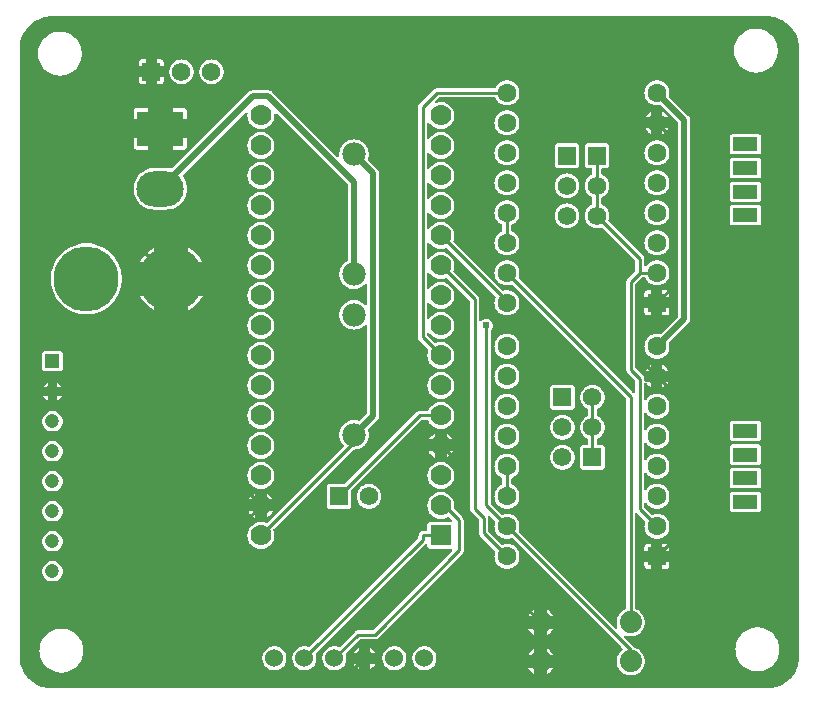
<source format=gbl>
G04 Layer: BottomLayer*
G04 EasyEDA v6.5.38, 2023-12-09 00:29:23*
G04 cc5c81a3f0414725bc0bd174f0517b54,10*
G04 Gerber Generator version 0.2*
G04 Scale: 100 percent, Rotated: No, Reflected: No *
G04 Dimensions in millimeters *
G04 leading zeros omitted , absolute positions ,4 integer and 5 decimal *
%FSLAX45Y45*%
%MOMM*%

%ADD10C,0.2500*%
%ADD11C,0.5000*%
%ADD12R,1.6000X1.6000*%
%ADD13C,1.6000*%
%ADD14R,2.1590X1.1989*%
%ADD15C,1.9812*%
%ADD16C,1.5748*%
%ADD17R,1.5748X1.5748*%
%ADD18C,1.5240*%
%ADD19C,1.8796*%
%ADD20C,5.4991*%
%ADD21O,3.9999919999999998X2.999994*%
%ADD22R,4.0000X3.0000*%
%ADD23C,1.7780*%
%ADD24R,1.7780X1.7780*%
%ADD25R,1.2065X1.2065*%
%ADD26C,1.2065*%
%ADD27C,0.6100*%
%ADD28C,0.0174*%

%LPD*%
G36*
X300278Y25908D02*
G01*
X278079Y26822D01*
X256743Y29362D01*
X235610Y33629D01*
X214934Y39471D01*
X194767Y46939D01*
X175209Y55981D01*
X156464Y66548D01*
X138582Y78536D01*
X121716Y91846D01*
X105918Y106476D01*
X91338Y122326D01*
X78028Y139242D01*
X66141Y157124D01*
X55626Y175920D01*
X46634Y195478D01*
X39217Y215696D01*
X33426Y236423D01*
X29260Y257505D01*
X26771Y278892D01*
X25908Y300685D01*
X25908Y5439714D01*
X26822Y5462320D01*
X29362Y5483656D01*
X33629Y5504789D01*
X39471Y5525465D01*
X46939Y5545632D01*
X55981Y5565190D01*
X66548Y5583936D01*
X78536Y5601817D01*
X91846Y5618683D01*
X106476Y5634482D01*
X122326Y5649061D01*
X139242Y5662371D01*
X157124Y5674258D01*
X175920Y5684774D01*
X195478Y5693765D01*
X215696Y5701182D01*
X236423Y5706973D01*
X257505Y5711139D01*
X278892Y5713628D01*
X300685Y5714492D01*
X6354114Y5714492D01*
X6376720Y5713577D01*
X6398056Y5711037D01*
X6419189Y5706770D01*
X6439865Y5700928D01*
X6460032Y5693460D01*
X6479590Y5684418D01*
X6498336Y5673852D01*
X6516217Y5661863D01*
X6533083Y5648553D01*
X6548881Y5633923D01*
X6563461Y5618073D01*
X6576771Y5601157D01*
X6588658Y5583275D01*
X6599174Y5564479D01*
X6608165Y5544921D01*
X6615582Y5524703D01*
X6621373Y5503976D01*
X6625539Y5482894D01*
X6628028Y5461508D01*
X6628892Y5439714D01*
X6628892Y300685D01*
X6627977Y278079D01*
X6625437Y256743D01*
X6621170Y235610D01*
X6615328Y214934D01*
X6607860Y194767D01*
X6598818Y175209D01*
X6588252Y156464D01*
X6576263Y138582D01*
X6562953Y121716D01*
X6548323Y105918D01*
X6532473Y91338D01*
X6515557Y78028D01*
X6497675Y66141D01*
X6478879Y55626D01*
X6459321Y46634D01*
X6439103Y39217D01*
X6418376Y33426D01*
X6397294Y29260D01*
X6375908Y26771D01*
X6354114Y25908D01*
G37*

%LPC*%
G36*
X5196941Y134162D02*
G01*
X5211724Y134620D01*
X5226304Y136906D01*
X5240477Y140970D01*
X5254091Y146710D01*
X5266842Y154076D01*
X5278628Y162966D01*
X5289245Y173228D01*
X5298490Y184759D01*
X5306263Y197307D01*
X5312410Y210718D01*
X5316880Y224739D01*
X5319623Y239267D01*
X5320538Y254000D01*
X5319623Y268732D01*
X5316880Y283260D01*
X5312410Y297281D01*
X5306263Y310692D01*
X5298490Y323240D01*
X5289245Y334772D01*
X5278628Y345033D01*
X5266842Y353923D01*
X5254091Y361289D01*
X5240477Y367030D01*
X5236921Y368046D01*
X5234127Y369316D01*
X5231841Y371398D01*
X5227472Y376783D01*
X5149240Y454964D01*
X5147056Y458216D01*
X5146294Y462026D01*
X5146954Y465835D01*
X5149037Y469138D01*
X5152186Y471373D01*
X5155946Y472287D01*
X5159806Y471728D01*
X5167833Y468884D01*
X5182260Y465734D01*
X5196941Y464362D01*
X5211724Y464820D01*
X5226304Y467106D01*
X5240477Y471170D01*
X5254091Y476910D01*
X5266842Y484276D01*
X5278628Y493166D01*
X5289245Y503428D01*
X5298490Y514959D01*
X5306263Y527507D01*
X5312410Y540918D01*
X5316880Y554939D01*
X5319623Y569468D01*
X5320538Y584200D01*
X5319623Y598932D01*
X5316880Y613460D01*
X5312410Y627481D01*
X5306263Y640892D01*
X5298490Y653440D01*
X5289245Y664972D01*
X5278628Y675233D01*
X5266842Y684123D01*
X5254091Y691489D01*
X5245252Y695248D01*
X5242001Y697433D01*
X5239816Y700735D01*
X5239054Y704596D01*
X5239054Y1502003D01*
X5239816Y1505864D01*
X5242052Y1509166D01*
X5245354Y1511401D01*
X5249214Y1512163D01*
X5253126Y1511401D01*
X5256377Y1509166D01*
X5321350Y1444193D01*
X5323484Y1441145D01*
X5324348Y1437487D01*
X5323789Y1433779D01*
X5320639Y1424381D01*
X5317896Y1410817D01*
X5317032Y1397000D01*
X5317896Y1383182D01*
X5320639Y1369618D01*
X5325059Y1356461D01*
X5331206Y1344066D01*
X5338876Y1332534D01*
X5348020Y1322120D01*
X5358434Y1312976D01*
X5369966Y1305306D01*
X5382361Y1299159D01*
X5395518Y1294739D01*
X5409082Y1291996D01*
X5422900Y1291132D01*
X5436717Y1291996D01*
X5450281Y1294739D01*
X5463438Y1299159D01*
X5475833Y1305306D01*
X5487365Y1312976D01*
X5497779Y1322120D01*
X5506923Y1332534D01*
X5514594Y1344066D01*
X5520740Y1356461D01*
X5525160Y1369618D01*
X5527903Y1383182D01*
X5528767Y1397000D01*
X5527903Y1410817D01*
X5525160Y1424381D01*
X5520740Y1437538D01*
X5514594Y1449933D01*
X5506923Y1461465D01*
X5497779Y1471879D01*
X5487365Y1481023D01*
X5475833Y1488694D01*
X5463438Y1494840D01*
X5450281Y1499260D01*
X5436717Y1502003D01*
X5422900Y1502867D01*
X5409082Y1502003D01*
X5395518Y1499260D01*
X5386120Y1496110D01*
X5382412Y1495552D01*
X5378754Y1496415D01*
X5375706Y1498549D01*
X5319522Y1554734D01*
X5317286Y1557985D01*
X5316524Y1561896D01*
X5316524Y1586534D01*
X5317439Y1590700D01*
X5319979Y1594154D01*
X5323738Y1596237D01*
X5328005Y1596593D01*
X5332069Y1595170D01*
X5335117Y1592173D01*
X5338876Y1586534D01*
X5348020Y1576120D01*
X5358434Y1566976D01*
X5369966Y1559306D01*
X5382361Y1553159D01*
X5395518Y1548739D01*
X5409082Y1545996D01*
X5422900Y1545132D01*
X5436717Y1545996D01*
X5450281Y1548739D01*
X5463438Y1553159D01*
X5475833Y1559306D01*
X5487365Y1566976D01*
X5497779Y1576120D01*
X5506923Y1586534D01*
X5514594Y1598066D01*
X5520740Y1610461D01*
X5525160Y1623618D01*
X5527903Y1637182D01*
X5528767Y1651000D01*
X5527903Y1664817D01*
X5525160Y1678381D01*
X5520740Y1691538D01*
X5514594Y1703933D01*
X5506923Y1715465D01*
X5497779Y1725879D01*
X5487365Y1735023D01*
X5475833Y1742693D01*
X5463438Y1748840D01*
X5450281Y1753260D01*
X5436717Y1756003D01*
X5422900Y1756867D01*
X5409082Y1756003D01*
X5395518Y1753260D01*
X5382361Y1748840D01*
X5369966Y1742693D01*
X5358434Y1735023D01*
X5348020Y1725879D01*
X5338876Y1715465D01*
X5335117Y1709826D01*
X5332069Y1706829D01*
X5328005Y1705406D01*
X5323738Y1705762D01*
X5319979Y1707845D01*
X5317439Y1711299D01*
X5316524Y1715465D01*
X5316524Y1840534D01*
X5317439Y1844700D01*
X5319979Y1848154D01*
X5323738Y1850237D01*
X5328005Y1850593D01*
X5332069Y1849170D01*
X5335117Y1846173D01*
X5338876Y1840534D01*
X5348020Y1830120D01*
X5358434Y1820976D01*
X5369966Y1813306D01*
X5382361Y1807159D01*
X5395518Y1802739D01*
X5409082Y1799996D01*
X5422900Y1799132D01*
X5436717Y1799996D01*
X5450281Y1802739D01*
X5463438Y1807159D01*
X5475833Y1813306D01*
X5487365Y1820976D01*
X5497779Y1830120D01*
X5506923Y1840534D01*
X5514594Y1852066D01*
X5520740Y1864461D01*
X5525160Y1877618D01*
X5527903Y1891182D01*
X5528767Y1905000D01*
X5527903Y1918817D01*
X5525160Y1932381D01*
X5520740Y1945538D01*
X5514594Y1957933D01*
X5506923Y1969465D01*
X5497779Y1979879D01*
X5487365Y1989023D01*
X5475833Y1996693D01*
X5463438Y2002840D01*
X5450281Y2007260D01*
X5436717Y2010003D01*
X5422900Y2010867D01*
X5409082Y2010003D01*
X5395518Y2007260D01*
X5382361Y2002840D01*
X5369966Y1996693D01*
X5358434Y1989023D01*
X5348020Y1979879D01*
X5338876Y1969465D01*
X5335117Y1963826D01*
X5332069Y1960829D01*
X5328005Y1959406D01*
X5323738Y1959762D01*
X5319979Y1961845D01*
X5317439Y1965299D01*
X5316524Y1969465D01*
X5316524Y2094534D01*
X5317439Y2098700D01*
X5319979Y2102154D01*
X5323738Y2104237D01*
X5328005Y2104593D01*
X5332069Y2103170D01*
X5335117Y2100173D01*
X5338876Y2094534D01*
X5348020Y2084120D01*
X5358434Y2074976D01*
X5369966Y2067306D01*
X5382361Y2061159D01*
X5395518Y2056739D01*
X5409082Y2053996D01*
X5422900Y2053132D01*
X5436717Y2053996D01*
X5450281Y2056739D01*
X5463438Y2061159D01*
X5475833Y2067306D01*
X5487365Y2074976D01*
X5497779Y2084120D01*
X5506923Y2094534D01*
X5514594Y2106066D01*
X5520740Y2118461D01*
X5525160Y2131618D01*
X5527903Y2145182D01*
X5528767Y2159000D01*
X5527903Y2172817D01*
X5525160Y2186381D01*
X5520740Y2199538D01*
X5514594Y2211933D01*
X5506923Y2223465D01*
X5497779Y2233879D01*
X5487365Y2243023D01*
X5475833Y2250694D01*
X5463438Y2256840D01*
X5450281Y2261260D01*
X5436717Y2264003D01*
X5422900Y2264867D01*
X5409082Y2264003D01*
X5395518Y2261260D01*
X5382361Y2256840D01*
X5369966Y2250694D01*
X5358434Y2243023D01*
X5348020Y2233879D01*
X5338876Y2223465D01*
X5335117Y2217826D01*
X5332069Y2214829D01*
X5328005Y2213406D01*
X5323738Y2213762D01*
X5319979Y2215845D01*
X5317439Y2219299D01*
X5316524Y2223465D01*
X5316524Y2348534D01*
X5317439Y2352700D01*
X5319979Y2356154D01*
X5323738Y2358237D01*
X5328005Y2358593D01*
X5332069Y2357170D01*
X5335117Y2354173D01*
X5338876Y2348534D01*
X5348020Y2338120D01*
X5358434Y2328976D01*
X5369966Y2321306D01*
X5382361Y2315159D01*
X5395518Y2310739D01*
X5409082Y2307996D01*
X5422900Y2307132D01*
X5436717Y2307996D01*
X5450281Y2310739D01*
X5463438Y2315159D01*
X5475833Y2321306D01*
X5487365Y2328976D01*
X5497779Y2338120D01*
X5506923Y2348534D01*
X5514594Y2360066D01*
X5520740Y2372461D01*
X5525160Y2385618D01*
X5527903Y2399182D01*
X5528767Y2413000D01*
X5527903Y2426817D01*
X5525160Y2440381D01*
X5520740Y2453538D01*
X5514594Y2465933D01*
X5506923Y2477465D01*
X5497779Y2487879D01*
X5487365Y2497023D01*
X5475833Y2504694D01*
X5463438Y2510840D01*
X5450281Y2515260D01*
X5436717Y2518003D01*
X5422900Y2518867D01*
X5409082Y2518003D01*
X5395518Y2515260D01*
X5382361Y2510840D01*
X5369966Y2504694D01*
X5358434Y2497023D01*
X5348020Y2487879D01*
X5338876Y2477465D01*
X5335117Y2471826D01*
X5332069Y2468829D01*
X5328005Y2467406D01*
X5323738Y2467762D01*
X5319979Y2469845D01*
X5317439Y2473299D01*
X5316524Y2477465D01*
X5316524Y2602534D01*
X5317439Y2606700D01*
X5319979Y2610154D01*
X5323738Y2612237D01*
X5328005Y2612593D01*
X5332069Y2611170D01*
X5335117Y2608173D01*
X5338876Y2602534D01*
X5348020Y2592120D01*
X5358434Y2582976D01*
X5369966Y2575306D01*
X5376570Y2572054D01*
X5376570Y2620670D01*
X5326684Y2620670D01*
X5322824Y2621432D01*
X5319522Y2623616D01*
X5317286Y2626918D01*
X5316524Y2630830D01*
X5316524Y2646426D01*
X5315762Y2654401D01*
X5313578Y2661615D01*
X5310022Y2668270D01*
X5304942Y2674416D01*
X5244084Y2735072D01*
X5241848Y2738374D01*
X5241086Y2742285D01*
X5241086Y3447745D01*
X5241848Y3451656D01*
X5244084Y3454908D01*
X5291074Y3501898D01*
X5294325Y3504133D01*
X5298236Y3504895D01*
X5317693Y3504895D01*
X5321401Y3504184D01*
X5324602Y3502202D01*
X5326837Y3499205D01*
X5331206Y3490366D01*
X5338876Y3478834D01*
X5348020Y3468420D01*
X5358434Y3459276D01*
X5369966Y3451606D01*
X5382361Y3445459D01*
X5395518Y3441039D01*
X5409082Y3438296D01*
X5422900Y3437432D01*
X5436717Y3438296D01*
X5450281Y3441039D01*
X5463438Y3445459D01*
X5475833Y3451606D01*
X5487365Y3459276D01*
X5497779Y3468420D01*
X5506923Y3478834D01*
X5514594Y3490366D01*
X5520740Y3502761D01*
X5525160Y3515918D01*
X5527903Y3529482D01*
X5528767Y3543300D01*
X5527903Y3557117D01*
X5525160Y3570681D01*
X5520740Y3583838D01*
X5514594Y3596233D01*
X5506923Y3607765D01*
X5497779Y3618179D01*
X5487365Y3627323D01*
X5475833Y3634994D01*
X5463438Y3641140D01*
X5450281Y3645560D01*
X5436717Y3648303D01*
X5422900Y3649167D01*
X5409082Y3648303D01*
X5395518Y3645560D01*
X5382361Y3641140D01*
X5369966Y3634994D01*
X5358434Y3627323D01*
X5348020Y3618179D01*
X5338876Y3607765D01*
X5335117Y3602126D01*
X5332069Y3599129D01*
X5328005Y3597706D01*
X5323738Y3598062D01*
X5319979Y3600145D01*
X5317439Y3603599D01*
X5316524Y3607765D01*
X5316524Y3662172D01*
X5315762Y3670147D01*
X5313578Y3677361D01*
X5310022Y3684015D01*
X5304942Y3690213D01*
X5015433Y3979672D01*
X5013350Y3982770D01*
X5012486Y3986428D01*
X5012994Y3990136D01*
X5015941Y3998823D01*
X5018633Y4012234D01*
X5019548Y4025900D01*
X5018633Y4039565D01*
X5015941Y4052976D01*
X5011572Y4065930D01*
X5005527Y4078224D01*
X4997907Y4089603D01*
X4988864Y4099864D01*
X4978603Y4108907D01*
X4967224Y4116527D01*
X4958994Y4120591D01*
X4955997Y4122826D01*
X4954016Y4125976D01*
X4953304Y4129684D01*
X4953304Y4176115D01*
X4954016Y4179773D01*
X4955997Y4182973D01*
X4958994Y4185208D01*
X4967224Y4189272D01*
X4978603Y4196892D01*
X4988864Y4205935D01*
X4997907Y4216196D01*
X5005527Y4227576D01*
X5011572Y4239869D01*
X5015941Y4252823D01*
X5018633Y4266234D01*
X5019548Y4279900D01*
X5018633Y4293565D01*
X5015941Y4306976D01*
X5011572Y4319930D01*
X5005527Y4332224D01*
X4997907Y4343603D01*
X4988864Y4353864D01*
X4978603Y4362907D01*
X4967224Y4370527D01*
X4958994Y4374591D01*
X4955997Y4376826D01*
X4954016Y4379976D01*
X4953304Y4383684D01*
X4953304Y4419092D01*
X4954066Y4423003D01*
X4956302Y4426254D01*
X4959604Y4428490D01*
X4963464Y4429252D01*
X4993081Y4429252D01*
X4999380Y4429963D01*
X5004866Y4431893D01*
X5009743Y4434941D01*
X5013858Y4439056D01*
X5016906Y4443933D01*
X5018836Y4449419D01*
X5019548Y4455718D01*
X5019548Y4612081D01*
X5018836Y4618380D01*
X5016906Y4623866D01*
X5013858Y4628743D01*
X5009743Y4632858D01*
X5004866Y4635906D01*
X4999380Y4637836D01*
X4993081Y4638548D01*
X4836718Y4638548D01*
X4830419Y4637836D01*
X4824933Y4635906D01*
X4820056Y4632858D01*
X4815941Y4628743D01*
X4812893Y4623866D01*
X4810963Y4618380D01*
X4810252Y4612081D01*
X4810252Y4455718D01*
X4810963Y4449419D01*
X4812893Y4443933D01*
X4815941Y4439056D01*
X4820056Y4434941D01*
X4824933Y4431893D01*
X4830419Y4429963D01*
X4836718Y4429252D01*
X4866335Y4429252D01*
X4870196Y4428490D01*
X4873498Y4426254D01*
X4875733Y4423003D01*
X4876495Y4419092D01*
X4876495Y4383684D01*
X4875784Y4379976D01*
X4873802Y4376826D01*
X4870805Y4374591D01*
X4862576Y4370527D01*
X4851196Y4362907D01*
X4840935Y4353864D01*
X4831892Y4343603D01*
X4824272Y4332224D01*
X4818227Y4319930D01*
X4813858Y4306976D01*
X4811166Y4293565D01*
X4810252Y4279900D01*
X4811166Y4266234D01*
X4813858Y4252823D01*
X4818227Y4239869D01*
X4824272Y4227576D01*
X4831892Y4216196D01*
X4840935Y4205935D01*
X4851196Y4196892D01*
X4862576Y4189272D01*
X4870805Y4185208D01*
X4873802Y4182973D01*
X4875784Y4179773D01*
X4876495Y4176115D01*
X4876495Y4129684D01*
X4875784Y4125976D01*
X4873802Y4122826D01*
X4870805Y4120591D01*
X4862576Y4116527D01*
X4851196Y4108907D01*
X4840935Y4099864D01*
X4831892Y4089603D01*
X4824272Y4078224D01*
X4818227Y4065930D01*
X4813858Y4052976D01*
X4811166Y4039565D01*
X4810252Y4025900D01*
X4811166Y4012234D01*
X4813858Y3998823D01*
X4818227Y3985869D01*
X4824272Y3973576D01*
X4831892Y3962196D01*
X4840935Y3951935D01*
X4851196Y3942892D01*
X4862576Y3935272D01*
X4874869Y3929227D01*
X4887823Y3924858D01*
X4901234Y3922166D01*
X4914900Y3921251D01*
X4928565Y3922166D01*
X4941976Y3924858D01*
X4950663Y3927805D01*
X4954371Y3928313D01*
X4958029Y3927449D01*
X4961128Y3925366D01*
X5236718Y3649726D01*
X5238953Y3646474D01*
X5239715Y3642563D01*
X5239715Y3563416D01*
X5238953Y3559505D01*
X5236718Y3556254D01*
X5175859Y3495395D01*
X5170779Y3489198D01*
X5167223Y3482543D01*
X5165039Y3475329D01*
X5164277Y3467354D01*
X5164277Y2722626D01*
X5165039Y2714650D01*
X5167223Y2707436D01*
X5170779Y2700782D01*
X5175859Y2694635D01*
X5236718Y2633980D01*
X5238953Y2630678D01*
X5239715Y2626766D01*
X5239715Y2535326D01*
X5238953Y2531465D01*
X5236718Y2528163D01*
X5233416Y2525928D01*
X5229555Y2525166D01*
X5225643Y2525928D01*
X5222392Y2528163D01*
X4254449Y3496106D01*
X4252315Y3499154D01*
X4251452Y3502812D01*
X4252010Y3506520D01*
X4255160Y3515918D01*
X4257903Y3529482D01*
X4258767Y3543300D01*
X4257903Y3557117D01*
X4255160Y3570681D01*
X4250740Y3583838D01*
X4244594Y3596233D01*
X4236923Y3607765D01*
X4227779Y3618179D01*
X4217365Y3627323D01*
X4205833Y3634994D01*
X4193438Y3641140D01*
X4180281Y3645560D01*
X4166717Y3648303D01*
X4152900Y3649167D01*
X4139082Y3648303D01*
X4125518Y3645560D01*
X4112361Y3641140D01*
X4099966Y3634994D01*
X4088434Y3627323D01*
X4078020Y3618179D01*
X4068876Y3607765D01*
X4061206Y3596233D01*
X4055059Y3583838D01*
X4050639Y3570681D01*
X4047896Y3557117D01*
X4047032Y3543300D01*
X4047896Y3529482D01*
X4050639Y3515918D01*
X4055059Y3502761D01*
X4061206Y3490366D01*
X4068876Y3478834D01*
X4078020Y3468420D01*
X4088434Y3459276D01*
X4099966Y3451606D01*
X4112361Y3445459D01*
X4125518Y3441039D01*
X4139082Y3438296D01*
X4152900Y3437432D01*
X4166717Y3438296D01*
X4180281Y3441039D01*
X4189679Y3444189D01*
X4193387Y3444748D01*
X4197045Y3443884D01*
X4200093Y3441750D01*
X5159248Y2482596D01*
X5161483Y2479344D01*
X5162245Y2475433D01*
X5162245Y704697D01*
X5161381Y700633D01*
X5158994Y697280D01*
X5155438Y695147D01*
X5153914Y694588D01*
X5140706Y687984D01*
X5128412Y679856D01*
X5117185Y670255D01*
X5107279Y659333D01*
X5098745Y647293D01*
X5091734Y634288D01*
X5086400Y620522D01*
X5082844Y606247D01*
X5081016Y591566D01*
X5081016Y576834D01*
X5082844Y562152D01*
X5086400Y547878D01*
X5088026Y543712D01*
X5088737Y539800D01*
X5087874Y535990D01*
X5085638Y532739D01*
X5082336Y530606D01*
X5078476Y529844D01*
X5074666Y530656D01*
X5071364Y532841D01*
X4254449Y1349806D01*
X4252315Y1352854D01*
X4251452Y1356512D01*
X4252010Y1360220D01*
X4255160Y1369618D01*
X4257903Y1383182D01*
X4258767Y1397000D01*
X4257903Y1410817D01*
X4255160Y1424381D01*
X4250740Y1437538D01*
X4244594Y1449933D01*
X4236923Y1461465D01*
X4227779Y1471879D01*
X4217365Y1481023D01*
X4205833Y1488694D01*
X4193438Y1494840D01*
X4180281Y1499260D01*
X4166717Y1502003D01*
X4152900Y1502867D01*
X4139082Y1502003D01*
X4125518Y1499260D01*
X4116120Y1496110D01*
X4112412Y1495552D01*
X4108754Y1496415D01*
X4105706Y1498549D01*
X4018534Y1585722D01*
X4016298Y1588973D01*
X4015536Y1592884D01*
X4015536Y3051556D01*
X4016298Y3055416D01*
X4018534Y3058718D01*
X4020312Y3060547D01*
X4025950Y3068574D01*
X4030116Y3077464D01*
X4032656Y3086963D01*
X4033520Y3096768D01*
X4032656Y3106572D01*
X4030116Y3116072D01*
X4025950Y3124962D01*
X4020312Y3132988D01*
X4013352Y3139948D01*
X4005326Y3145586D01*
X3996436Y3149752D01*
X3986936Y3152292D01*
X3977132Y3153156D01*
X3967327Y3152292D01*
X3957828Y3149752D01*
X3948937Y3145586D01*
X3940911Y3139948D01*
X3935323Y3134410D01*
X3932072Y3132175D01*
X3928160Y3131413D01*
X3924300Y3132175D01*
X3920998Y3134410D01*
X3918762Y3137712D01*
X3918000Y3141573D01*
X3918000Y3318764D01*
X3917238Y3326739D01*
X3915054Y3333953D01*
X3911498Y3340608D01*
X3906418Y3346805D01*
X3702456Y3550716D01*
X3700272Y3553968D01*
X3699459Y3557828D01*
X3700170Y3561638D01*
X3703269Y3569411D01*
X3706876Y3583381D01*
X3708654Y3597706D01*
X3708654Y3612083D01*
X3706876Y3626408D01*
X3703269Y3640378D01*
X3697986Y3653790D01*
X3691026Y3666388D01*
X3682542Y3678072D01*
X3672687Y3688587D01*
X3661562Y3697782D01*
X3649421Y3705504D01*
X3636365Y3711600D01*
X3622649Y3716070D01*
X3608476Y3718763D01*
X3594100Y3719677D01*
X3579723Y3718763D01*
X3565550Y3716070D01*
X3551834Y3711600D01*
X3538778Y3705504D01*
X3526637Y3697782D01*
X3515512Y3688587D01*
X3505657Y3678072D01*
X3497173Y3666388D01*
X3495852Y3664000D01*
X3492957Y3660698D01*
X3488893Y3658920D01*
X3484422Y3659073D01*
X3480511Y3661105D01*
X3477768Y3664559D01*
X3476802Y3668928D01*
X3476802Y3794861D01*
X3477768Y3799230D01*
X3480511Y3802684D01*
X3484422Y3804716D01*
X3488893Y3804869D01*
X3492957Y3803091D01*
X3495852Y3799789D01*
X3497173Y3797401D01*
X3505657Y3785717D01*
X3515512Y3775201D01*
X3526637Y3766007D01*
X3538778Y3758285D01*
X3551834Y3752189D01*
X3565550Y3747719D01*
X3579723Y3745026D01*
X3594100Y3744112D01*
X3608476Y3745026D01*
X3622649Y3747719D01*
X3636721Y3752342D01*
X3640734Y3753307D01*
X3644798Y3752596D01*
X3648201Y3750310D01*
X4054449Y3344113D01*
X4056735Y3340608D01*
X4057396Y3336493D01*
X4056379Y3332429D01*
X4055059Y3329838D01*
X4050639Y3316681D01*
X4047896Y3303117D01*
X4047032Y3289300D01*
X4047896Y3275482D01*
X4050639Y3261918D01*
X4055059Y3248761D01*
X4061206Y3236366D01*
X4068876Y3224834D01*
X4078020Y3214420D01*
X4088434Y3205276D01*
X4099966Y3197606D01*
X4112361Y3191459D01*
X4125518Y3187039D01*
X4139082Y3184296D01*
X4152900Y3183432D01*
X4166717Y3184296D01*
X4180281Y3187039D01*
X4193438Y3191459D01*
X4205833Y3197606D01*
X4217365Y3205276D01*
X4227779Y3214420D01*
X4236923Y3224834D01*
X4244594Y3236366D01*
X4250740Y3248761D01*
X4255160Y3261918D01*
X4257903Y3275482D01*
X4258767Y3289300D01*
X4257903Y3303117D01*
X4255160Y3316681D01*
X4250740Y3329838D01*
X4244594Y3342233D01*
X4236923Y3353765D01*
X4227779Y3364179D01*
X4217365Y3373323D01*
X4205833Y3380994D01*
X4193438Y3387140D01*
X4180281Y3391560D01*
X4166717Y3394303D01*
X4152900Y3395167D01*
X4139082Y3394303D01*
X4120387Y3390595D01*
X4116730Y3391408D01*
X4113631Y3393541D01*
X3702456Y3804716D01*
X3700272Y3807968D01*
X3699459Y3811828D01*
X3700170Y3815638D01*
X3703269Y3823411D01*
X3706876Y3837381D01*
X3708654Y3851706D01*
X3708654Y3866083D01*
X3706876Y3880408D01*
X3703269Y3894378D01*
X3697986Y3907790D01*
X3691026Y3920388D01*
X3682542Y3932072D01*
X3672687Y3942587D01*
X3661562Y3951782D01*
X3649421Y3959504D01*
X3636365Y3965600D01*
X3622649Y3970070D01*
X3608476Y3972763D01*
X3594100Y3973677D01*
X3579723Y3972763D01*
X3565550Y3970070D01*
X3551834Y3965600D01*
X3538778Y3959504D01*
X3526637Y3951782D01*
X3515512Y3942587D01*
X3505657Y3932072D01*
X3497173Y3920388D01*
X3495852Y3918000D01*
X3492957Y3914698D01*
X3488893Y3912920D01*
X3484422Y3913073D01*
X3480511Y3915105D01*
X3477768Y3918559D01*
X3476802Y3922928D01*
X3476802Y4048861D01*
X3477768Y4053230D01*
X3480511Y4056684D01*
X3484422Y4058716D01*
X3488893Y4058869D01*
X3492957Y4057091D01*
X3495852Y4053789D01*
X3497173Y4051401D01*
X3505657Y4039717D01*
X3515512Y4029201D01*
X3526637Y4020007D01*
X3538778Y4012285D01*
X3551834Y4006189D01*
X3565550Y4001719D01*
X3579723Y3999026D01*
X3594100Y3998112D01*
X3608476Y3999026D01*
X3622649Y4001719D01*
X3636365Y4006189D01*
X3649421Y4012285D01*
X3661562Y4020007D01*
X3672687Y4029201D01*
X3682542Y4039717D01*
X3691026Y4051401D01*
X3697986Y4064000D01*
X3703269Y4077411D01*
X3706876Y4091381D01*
X3708654Y4105706D01*
X3708654Y4120083D01*
X3706876Y4134408D01*
X3703269Y4148378D01*
X3697986Y4161790D01*
X3691026Y4174388D01*
X3682542Y4186072D01*
X3672687Y4196588D01*
X3661562Y4205782D01*
X3649421Y4213504D01*
X3636365Y4219600D01*
X3622649Y4224070D01*
X3608476Y4226763D01*
X3594100Y4227677D01*
X3579723Y4226763D01*
X3565550Y4224070D01*
X3551834Y4219600D01*
X3538778Y4213504D01*
X3526637Y4205782D01*
X3515512Y4196588D01*
X3505657Y4186072D01*
X3497173Y4174388D01*
X3495852Y4172000D01*
X3492957Y4168698D01*
X3488893Y4166920D01*
X3484422Y4167073D01*
X3480511Y4169105D01*
X3477768Y4172559D01*
X3476802Y4176928D01*
X3476802Y4302861D01*
X3477768Y4307230D01*
X3480511Y4310684D01*
X3484422Y4312716D01*
X3488893Y4312869D01*
X3492957Y4311091D01*
X3495852Y4307789D01*
X3497173Y4305401D01*
X3505657Y4293717D01*
X3515512Y4283202D01*
X3526637Y4274007D01*
X3538778Y4266285D01*
X3551834Y4260189D01*
X3565550Y4255719D01*
X3579723Y4253026D01*
X3594100Y4252112D01*
X3608476Y4253026D01*
X3622649Y4255719D01*
X3636365Y4260189D01*
X3649421Y4266285D01*
X3661562Y4274007D01*
X3672687Y4283202D01*
X3682542Y4293717D01*
X3691026Y4305401D01*
X3697986Y4318000D01*
X3703269Y4331411D01*
X3706876Y4345381D01*
X3708654Y4359706D01*
X3708654Y4374083D01*
X3706876Y4388408D01*
X3703269Y4402378D01*
X3697986Y4415790D01*
X3691026Y4428388D01*
X3682542Y4440072D01*
X3672687Y4450588D01*
X3661562Y4459782D01*
X3649421Y4467504D01*
X3636365Y4473600D01*
X3622649Y4478070D01*
X3608476Y4480763D01*
X3594100Y4481677D01*
X3579723Y4480763D01*
X3565550Y4478070D01*
X3551834Y4473600D01*
X3538778Y4467504D01*
X3526637Y4459782D01*
X3515512Y4450588D01*
X3505657Y4440072D01*
X3497173Y4428388D01*
X3495852Y4426000D01*
X3492957Y4422698D01*
X3488893Y4420920D01*
X3484422Y4421073D01*
X3480511Y4423105D01*
X3477768Y4426559D01*
X3476802Y4430928D01*
X3476802Y4556861D01*
X3477768Y4561230D01*
X3480511Y4564684D01*
X3484422Y4566716D01*
X3488893Y4566869D01*
X3492957Y4565091D01*
X3495852Y4561789D01*
X3497173Y4559401D01*
X3505657Y4547717D01*
X3515512Y4537202D01*
X3526637Y4528007D01*
X3538778Y4520285D01*
X3551834Y4514189D01*
X3565550Y4509719D01*
X3579723Y4507026D01*
X3594100Y4506112D01*
X3608476Y4507026D01*
X3622649Y4509719D01*
X3636365Y4514189D01*
X3649421Y4520285D01*
X3661562Y4528007D01*
X3672687Y4537202D01*
X3682542Y4547717D01*
X3691026Y4559401D01*
X3697986Y4572000D01*
X3703269Y4585411D01*
X3706876Y4599381D01*
X3708654Y4613706D01*
X3708654Y4628083D01*
X3706876Y4642408D01*
X3703269Y4656378D01*
X3697986Y4669790D01*
X3691026Y4682388D01*
X3682542Y4694072D01*
X3672687Y4704588D01*
X3661562Y4713782D01*
X3649421Y4721504D01*
X3636365Y4727600D01*
X3622649Y4732070D01*
X3608476Y4734763D01*
X3594100Y4735677D01*
X3579723Y4734763D01*
X3565550Y4732070D01*
X3551834Y4727600D01*
X3538778Y4721504D01*
X3526637Y4713782D01*
X3515512Y4704588D01*
X3505657Y4694072D01*
X3497173Y4682388D01*
X3495852Y4680000D01*
X3492957Y4676698D01*
X3488893Y4674920D01*
X3484422Y4675073D01*
X3480511Y4677105D01*
X3477768Y4680559D01*
X3476802Y4684928D01*
X3476802Y4810861D01*
X3477768Y4815230D01*
X3480511Y4818684D01*
X3484422Y4820716D01*
X3488893Y4820869D01*
X3492957Y4819091D01*
X3495852Y4815789D01*
X3497173Y4813401D01*
X3505657Y4801717D01*
X3515512Y4791202D01*
X3526637Y4782007D01*
X3538778Y4774285D01*
X3551834Y4768189D01*
X3565550Y4763719D01*
X3579723Y4761026D01*
X3594100Y4760112D01*
X3608476Y4761026D01*
X3622649Y4763719D01*
X3636365Y4768189D01*
X3649421Y4774285D01*
X3661562Y4782007D01*
X3672687Y4791202D01*
X3682542Y4801717D01*
X3691026Y4813401D01*
X3697986Y4826000D01*
X3703269Y4839411D01*
X3706876Y4853381D01*
X3708654Y4867706D01*
X3708654Y4882083D01*
X3706876Y4896408D01*
X3703269Y4910378D01*
X3697986Y4923790D01*
X3691026Y4936388D01*
X3682542Y4948072D01*
X3672687Y4958588D01*
X3661562Y4967782D01*
X3649421Y4975504D01*
X3636365Y4981600D01*
X3622649Y4986070D01*
X3608476Y4988763D01*
X3594100Y4989677D01*
X3579723Y4988763D01*
X3565550Y4986070D01*
X3557422Y4983429D01*
X3552951Y4983022D01*
X3548786Y4984597D01*
X3545636Y4987798D01*
X3544214Y4992065D01*
X3544722Y4996484D01*
X3547110Y5000294D01*
X3572764Y5025898D01*
X3576015Y5028133D01*
X3579926Y5028895D01*
X4047693Y5028895D01*
X4051401Y5028184D01*
X4054601Y5026202D01*
X4056837Y5023205D01*
X4061206Y5014366D01*
X4068876Y5002834D01*
X4078020Y4992420D01*
X4088434Y4983276D01*
X4099966Y4975606D01*
X4112361Y4969459D01*
X4125518Y4965039D01*
X4139082Y4962296D01*
X4152900Y4961432D01*
X4166717Y4962296D01*
X4180281Y4965039D01*
X4193438Y4969459D01*
X4205833Y4975606D01*
X4217365Y4983276D01*
X4227779Y4992420D01*
X4236923Y5002834D01*
X4244594Y5014366D01*
X4250740Y5026761D01*
X4255160Y5039918D01*
X4257903Y5053482D01*
X4258767Y5067300D01*
X4257903Y5081117D01*
X4255160Y5094681D01*
X4250740Y5107838D01*
X4244594Y5120233D01*
X4236923Y5131765D01*
X4227779Y5142179D01*
X4217365Y5151323D01*
X4205833Y5158994D01*
X4193438Y5165140D01*
X4180281Y5169560D01*
X4166717Y5172303D01*
X4152900Y5173167D01*
X4139082Y5172303D01*
X4125518Y5169560D01*
X4112361Y5165140D01*
X4099966Y5158994D01*
X4088434Y5151323D01*
X4078020Y5142179D01*
X4068876Y5131765D01*
X4061206Y5120233D01*
X4056837Y5111394D01*
X4054601Y5108397D01*
X4051401Y5106416D01*
X4047693Y5105704D01*
X3560318Y5105704D01*
X3552342Y5104942D01*
X3545128Y5102758D01*
X3538474Y5099202D01*
X3532276Y5094122D01*
X3411575Y4973421D01*
X3406495Y4967224D01*
X3402939Y4960569D01*
X3400755Y4953355D01*
X3399993Y4945380D01*
X3399993Y2999232D01*
X3400755Y2991256D01*
X3402939Y2984093D01*
X3406495Y2977438D01*
X3411575Y2971241D01*
X3485692Y2896971D01*
X3487877Y2893720D01*
X3488690Y2889910D01*
X3487978Y2886049D01*
X3484930Y2878378D01*
X3481324Y2864408D01*
X3479546Y2850083D01*
X3479546Y2835706D01*
X3481324Y2821381D01*
X3484930Y2807411D01*
X3490214Y2794000D01*
X3497173Y2781401D01*
X3505657Y2769717D01*
X3515512Y2759202D01*
X3526637Y2750007D01*
X3538778Y2742285D01*
X3551834Y2736189D01*
X3565550Y2731719D01*
X3579723Y2729026D01*
X3594100Y2728112D01*
X3608476Y2729026D01*
X3622649Y2731719D01*
X3636365Y2736189D01*
X3649421Y2742285D01*
X3661562Y2750007D01*
X3672687Y2759202D01*
X3682542Y2769717D01*
X3691026Y2781401D01*
X3697986Y2794000D01*
X3703269Y2807411D01*
X3706876Y2821381D01*
X3708654Y2835706D01*
X3708654Y2850083D01*
X3706876Y2864408D01*
X3703269Y2878378D01*
X3697986Y2891790D01*
X3691026Y2904388D01*
X3682542Y2916072D01*
X3672687Y2926588D01*
X3661562Y2935782D01*
X3649421Y2943504D01*
X3636365Y2949600D01*
X3622649Y2954070D01*
X3608476Y2956763D01*
X3594100Y2957677D01*
X3579723Y2956763D01*
X3565550Y2954070D01*
X3551428Y2949397D01*
X3547414Y2948432D01*
X3543350Y2949143D01*
X3539896Y2951429D01*
X3479800Y3011627D01*
X3477564Y3014929D01*
X3476802Y3018840D01*
X3476802Y3032861D01*
X3477768Y3037230D01*
X3480511Y3040684D01*
X3484422Y3042716D01*
X3488893Y3042869D01*
X3492957Y3041091D01*
X3495852Y3037789D01*
X3497173Y3035401D01*
X3505657Y3023717D01*
X3515512Y3013202D01*
X3526637Y3004007D01*
X3538778Y2996285D01*
X3551834Y2990189D01*
X3565550Y2985719D01*
X3579723Y2983026D01*
X3594100Y2982112D01*
X3608476Y2983026D01*
X3622649Y2985719D01*
X3636365Y2990189D01*
X3649421Y2996285D01*
X3661562Y3004007D01*
X3672687Y3013202D01*
X3682542Y3023717D01*
X3691026Y3035401D01*
X3697986Y3048000D01*
X3703269Y3061411D01*
X3706876Y3075381D01*
X3708654Y3089706D01*
X3708654Y3104083D01*
X3706876Y3118408D01*
X3703269Y3132378D01*
X3697986Y3145790D01*
X3691026Y3158388D01*
X3682542Y3170072D01*
X3672687Y3180588D01*
X3661562Y3189782D01*
X3649421Y3197504D01*
X3636365Y3203600D01*
X3622649Y3208070D01*
X3608476Y3210763D01*
X3594100Y3211677D01*
X3579723Y3210763D01*
X3565550Y3208070D01*
X3551834Y3203600D01*
X3538778Y3197504D01*
X3526637Y3189782D01*
X3515512Y3180588D01*
X3505657Y3170072D01*
X3497173Y3158388D01*
X3495852Y3156000D01*
X3492957Y3152698D01*
X3488893Y3150920D01*
X3484422Y3151073D01*
X3480511Y3153105D01*
X3477768Y3156559D01*
X3476802Y3160928D01*
X3476802Y3286861D01*
X3477768Y3291230D01*
X3480511Y3294684D01*
X3484422Y3296716D01*
X3488893Y3296869D01*
X3492957Y3295091D01*
X3495852Y3291789D01*
X3497173Y3289401D01*
X3505657Y3277717D01*
X3515512Y3267202D01*
X3526637Y3258007D01*
X3538778Y3250285D01*
X3551834Y3244189D01*
X3565550Y3239719D01*
X3579723Y3237026D01*
X3594100Y3236112D01*
X3608476Y3237026D01*
X3622649Y3239719D01*
X3636365Y3244189D01*
X3649421Y3250285D01*
X3661562Y3258007D01*
X3672687Y3267202D01*
X3682542Y3277717D01*
X3691026Y3289401D01*
X3697986Y3302000D01*
X3703269Y3315411D01*
X3706876Y3329381D01*
X3708654Y3343706D01*
X3708654Y3358083D01*
X3706876Y3372408D01*
X3703269Y3386378D01*
X3697986Y3399790D01*
X3691026Y3412388D01*
X3682542Y3424072D01*
X3672687Y3434587D01*
X3661562Y3443782D01*
X3649421Y3451504D01*
X3636365Y3457600D01*
X3622649Y3462070D01*
X3608476Y3464763D01*
X3594100Y3465677D01*
X3579723Y3464763D01*
X3565550Y3462070D01*
X3551834Y3457600D01*
X3538778Y3451504D01*
X3526637Y3443782D01*
X3515512Y3434587D01*
X3505657Y3424072D01*
X3497173Y3412388D01*
X3495852Y3410000D01*
X3492957Y3406698D01*
X3488893Y3404920D01*
X3484422Y3405073D01*
X3480511Y3407105D01*
X3477768Y3410559D01*
X3476802Y3414928D01*
X3476802Y3540861D01*
X3477768Y3545230D01*
X3480511Y3548684D01*
X3484422Y3550716D01*
X3488893Y3550869D01*
X3492957Y3549091D01*
X3495852Y3545789D01*
X3497173Y3543401D01*
X3505657Y3531717D01*
X3515512Y3521201D01*
X3526637Y3512007D01*
X3538778Y3504285D01*
X3551834Y3498189D01*
X3565550Y3493719D01*
X3579723Y3491026D01*
X3594100Y3490112D01*
X3608476Y3491026D01*
X3622649Y3493719D01*
X3636721Y3498342D01*
X3640734Y3499307D01*
X3644798Y3498596D01*
X3648201Y3496310D01*
X3838194Y3306318D01*
X3840429Y3303066D01*
X3841191Y3299155D01*
X3841191Y1544828D01*
X3841953Y1536852D01*
X3844137Y1529638D01*
X3847693Y1522984D01*
X3852773Y1516786D01*
X3913378Y1456182D01*
X3915613Y1452930D01*
X3916375Y1449019D01*
X3916375Y1341628D01*
X3917137Y1333652D01*
X3919321Y1326438D01*
X3922877Y1319784D01*
X3927957Y1313586D01*
X4051350Y1190193D01*
X4053484Y1187145D01*
X4054348Y1183487D01*
X4053789Y1179779D01*
X4050639Y1170381D01*
X4047896Y1156817D01*
X4047032Y1143000D01*
X4047896Y1129182D01*
X4050639Y1115618D01*
X4055059Y1102461D01*
X4061206Y1090066D01*
X4068876Y1078534D01*
X4078020Y1068120D01*
X4088434Y1058976D01*
X4099966Y1051306D01*
X4112361Y1045159D01*
X4125518Y1040739D01*
X4139082Y1037996D01*
X4152900Y1037132D01*
X4166717Y1037996D01*
X4180281Y1040739D01*
X4193438Y1045159D01*
X4205833Y1051306D01*
X4217365Y1058976D01*
X4227779Y1068120D01*
X4236923Y1078534D01*
X4244594Y1090066D01*
X4250740Y1102461D01*
X4255160Y1115618D01*
X4257903Y1129182D01*
X4258767Y1143000D01*
X4257903Y1156817D01*
X4255160Y1170381D01*
X4250740Y1183538D01*
X4244594Y1195933D01*
X4236923Y1207465D01*
X4227779Y1217879D01*
X4217365Y1227023D01*
X4205833Y1234694D01*
X4193438Y1240840D01*
X4180281Y1245260D01*
X4166717Y1248003D01*
X4152900Y1248867D01*
X4139082Y1248003D01*
X4125518Y1245260D01*
X4116120Y1242110D01*
X4112412Y1241552D01*
X4108754Y1242415D01*
X4105706Y1244549D01*
X3996182Y1354074D01*
X3993946Y1357325D01*
X3993184Y1361236D01*
X3993184Y1468628D01*
X3992219Y1477822D01*
X3992626Y1481937D01*
X3994658Y1485544D01*
X3997960Y1488033D01*
X4001973Y1489049D01*
X4006037Y1488338D01*
X4009542Y1486052D01*
X4051350Y1444193D01*
X4053484Y1441145D01*
X4054348Y1437487D01*
X4053789Y1433779D01*
X4050639Y1424381D01*
X4047896Y1410817D01*
X4047032Y1397000D01*
X4047896Y1383182D01*
X4050639Y1369618D01*
X4055059Y1356461D01*
X4061206Y1344066D01*
X4068876Y1332534D01*
X4078020Y1322120D01*
X4088434Y1312976D01*
X4099966Y1305306D01*
X4112361Y1299159D01*
X4125518Y1294739D01*
X4139082Y1291996D01*
X4152900Y1291132D01*
X4166717Y1291996D01*
X4180281Y1294739D01*
X4189679Y1297889D01*
X4193387Y1298448D01*
X4197045Y1297584D01*
X4200093Y1295450D01*
X5130139Y365404D01*
X5132527Y361645D01*
X5133086Y357225D01*
X5131663Y353009D01*
X5128412Y349656D01*
X5117185Y340055D01*
X5107279Y329133D01*
X5098745Y317093D01*
X5091734Y304088D01*
X5086400Y290322D01*
X5082844Y276047D01*
X5081016Y261366D01*
X5081016Y246634D01*
X5082844Y231952D01*
X5086400Y217678D01*
X5091734Y203911D01*
X5098745Y190906D01*
X5107279Y178866D01*
X5117185Y167944D01*
X5128412Y158343D01*
X5140706Y150215D01*
X5153914Y143611D01*
X5167833Y138684D01*
X5182260Y135534D01*
G37*
G36*
X4491990Y146659D02*
G01*
X4504842Y154076D01*
X4516628Y162966D01*
X4527245Y173228D01*
X4536490Y184759D01*
X4544263Y197307D01*
X4545787Y200660D01*
X4491990Y200660D01*
G37*
G36*
X4385310Y146913D02*
G01*
X4385310Y200660D01*
X4331512Y200660D01*
X4336745Y190906D01*
X4345279Y178866D01*
X4355185Y167944D01*
X4366412Y158343D01*
X4378706Y150215D01*
G37*
G36*
X371602Y157226D02*
G01*
X390398Y157226D01*
X409143Y159156D01*
X427583Y162915D01*
X445566Y168554D01*
X462889Y176022D01*
X479348Y185166D01*
X494792Y195884D01*
X509066Y208178D01*
X522071Y221792D01*
X533552Y236728D01*
X543560Y252679D01*
X551840Y269595D01*
X558393Y287274D01*
X563067Y305460D01*
X565962Y324104D01*
X566877Y342900D01*
X565962Y361696D01*
X563067Y380339D01*
X558393Y398526D01*
X551840Y416204D01*
X543560Y433120D01*
X533552Y449072D01*
X522071Y464007D01*
X509066Y477621D01*
X494792Y489915D01*
X479348Y500634D01*
X462889Y509778D01*
X445566Y517245D01*
X427583Y522884D01*
X409143Y526643D01*
X390398Y528574D01*
X371602Y528574D01*
X352856Y526643D01*
X334416Y522884D01*
X316433Y517245D01*
X299110Y509778D01*
X282651Y500634D01*
X267208Y489915D01*
X252933Y477621D01*
X239928Y464007D01*
X228447Y449072D01*
X218440Y433120D01*
X210159Y416204D01*
X203606Y398526D01*
X198932Y380339D01*
X196037Y361696D01*
X195122Y342900D01*
X196037Y324104D01*
X198932Y305460D01*
X203606Y287274D01*
X210159Y269595D01*
X218440Y252679D01*
X228447Y236728D01*
X239928Y221792D01*
X252933Y208178D01*
X267208Y195884D01*
X282651Y185166D01*
X299110Y176022D01*
X316433Y168554D01*
X334416Y162915D01*
X352856Y159156D01*
G37*
G36*
X6264402Y169926D02*
G01*
X6283198Y169926D01*
X6301943Y171856D01*
X6320383Y175615D01*
X6338366Y181254D01*
X6355689Y188722D01*
X6372148Y197866D01*
X6387592Y208584D01*
X6401866Y220878D01*
X6414871Y234492D01*
X6426352Y249428D01*
X6436360Y265379D01*
X6444640Y282295D01*
X6451193Y299974D01*
X6455867Y318160D01*
X6458762Y336804D01*
X6459677Y355600D01*
X6458762Y374396D01*
X6455867Y393039D01*
X6451193Y411226D01*
X6444640Y428904D01*
X6436360Y445820D01*
X6426352Y461772D01*
X6414871Y476707D01*
X6401866Y490321D01*
X6387592Y502615D01*
X6372148Y513334D01*
X6355689Y522478D01*
X6338366Y529945D01*
X6320383Y535584D01*
X6301943Y539343D01*
X6283198Y541274D01*
X6264402Y541274D01*
X6245656Y539343D01*
X6227216Y535584D01*
X6209233Y529945D01*
X6191910Y522478D01*
X6175451Y513334D01*
X6160008Y502615D01*
X6145733Y490321D01*
X6132728Y476707D01*
X6121247Y461772D01*
X6111240Y445820D01*
X6102959Y428904D01*
X6096406Y411226D01*
X6091732Y393039D01*
X6088837Y374396D01*
X6087922Y355600D01*
X6088837Y336804D01*
X6091732Y318160D01*
X6096406Y299974D01*
X6102959Y282295D01*
X6111240Y265379D01*
X6121247Y249428D01*
X6132728Y234492D01*
X6145733Y220878D01*
X6160008Y208584D01*
X6175451Y197866D01*
X6191910Y188722D01*
X6209233Y181254D01*
X6227216Y175615D01*
X6245656Y171856D01*
G37*
G36*
X3193592Y177546D02*
G01*
X3207207Y177546D01*
X3220720Y179374D01*
X3233877Y182981D01*
X3246424Y188264D01*
X3258159Y195224D01*
X3268878Y203708D01*
X3278378Y213512D01*
X3286455Y224485D01*
X3293008Y236423D01*
X3297885Y249174D01*
X3301085Y262432D01*
X3302406Y275996D01*
X3301949Y289610D01*
X3299714Y303072D01*
X3295650Y316077D01*
X3289909Y328472D01*
X3282594Y339953D01*
X3273806Y350367D01*
X3263646Y359511D01*
X3252419Y367233D01*
X3240278Y373380D01*
X3227374Y377850D01*
X3214014Y380593D01*
X3200400Y381508D01*
X3186785Y380593D01*
X3173425Y377850D01*
X3160522Y373380D01*
X3148380Y367233D01*
X3137154Y359511D01*
X3126994Y350367D01*
X3118205Y339953D01*
X3110890Y328472D01*
X3105150Y316077D01*
X3101086Y303072D01*
X3098850Y289610D01*
X3098393Y275996D01*
X3099714Y262432D01*
X3102914Y249174D01*
X3107791Y236423D01*
X3114344Y224485D01*
X3122422Y213512D01*
X3131921Y203708D01*
X3142640Y195224D01*
X3154375Y188264D01*
X3166922Y182981D01*
X3180080Y179374D01*
G37*
G36*
X3447592Y177546D02*
G01*
X3461207Y177546D01*
X3474720Y179374D01*
X3487877Y182981D01*
X3500424Y188264D01*
X3512159Y195224D01*
X3522878Y203708D01*
X3532378Y213512D01*
X3540455Y224485D01*
X3547008Y236423D01*
X3551885Y249174D01*
X3555085Y262432D01*
X3556406Y275996D01*
X3555949Y289610D01*
X3553714Y303072D01*
X3549650Y316077D01*
X3543909Y328472D01*
X3536594Y339953D01*
X3527806Y350367D01*
X3517646Y359511D01*
X3506419Y367233D01*
X3494278Y373380D01*
X3481374Y377850D01*
X3468014Y380593D01*
X3454400Y381508D01*
X3440785Y380593D01*
X3427425Y377850D01*
X3414522Y373380D01*
X3402380Y367233D01*
X3391154Y359511D01*
X3380994Y350367D01*
X3372205Y339953D01*
X3364890Y328472D01*
X3359150Y316077D01*
X3355086Y303072D01*
X3352850Y289610D01*
X3352393Y275996D01*
X3353714Y262432D01*
X3356914Y249174D01*
X3361791Y236423D01*
X3368344Y224485D01*
X3376422Y213512D01*
X3385921Y203708D01*
X3396640Y195224D01*
X3408375Y188264D01*
X3420922Y182981D01*
X3434079Y179374D01*
G37*
G36*
X2177592Y177546D02*
G01*
X2191207Y177546D01*
X2204720Y179374D01*
X2217877Y182981D01*
X2230424Y188264D01*
X2242159Y195224D01*
X2252878Y203708D01*
X2262378Y213512D01*
X2270455Y224485D01*
X2277008Y236423D01*
X2281885Y249174D01*
X2285085Y262432D01*
X2286406Y275996D01*
X2285949Y289610D01*
X2283714Y303072D01*
X2279650Y316077D01*
X2273909Y328472D01*
X2266594Y339953D01*
X2257806Y350367D01*
X2247646Y359511D01*
X2236419Y367233D01*
X2224278Y373380D01*
X2211374Y377850D01*
X2198014Y380593D01*
X2184400Y381508D01*
X2170785Y380593D01*
X2157425Y377850D01*
X2144522Y373380D01*
X2132380Y367233D01*
X2121154Y359511D01*
X2110994Y350367D01*
X2102205Y339953D01*
X2094890Y328472D01*
X2089150Y316077D01*
X2085086Y303072D01*
X2082850Y289610D01*
X2082393Y275996D01*
X2083714Y262432D01*
X2086914Y249174D01*
X2091791Y236423D01*
X2098344Y224485D01*
X2106422Y213512D01*
X2115921Y203708D01*
X2126640Y195224D01*
X2138375Y188264D01*
X2150922Y182981D01*
X2164080Y179374D01*
G37*
G36*
X2431592Y177546D02*
G01*
X2445207Y177546D01*
X2458720Y179374D01*
X2471877Y182981D01*
X2484424Y188264D01*
X2496159Y195224D01*
X2506878Y203708D01*
X2516378Y213512D01*
X2524455Y224485D01*
X2531008Y236423D01*
X2535885Y249174D01*
X2539085Y262432D01*
X2540406Y275996D01*
X2539949Y289610D01*
X2537714Y303072D01*
X2534462Y313486D01*
X2534056Y317093D01*
X2534920Y320649D01*
X2537002Y323697D01*
X3461969Y1248613D01*
X3465220Y1250848D01*
X3469132Y1251610D01*
X3473043Y1250848D01*
X3476294Y1248613D01*
X3478529Y1245311D01*
X3479292Y1241450D01*
X3479292Y1230579D01*
X3480003Y1224229D01*
X3481933Y1218793D01*
X3484981Y1213866D01*
X3489096Y1209802D01*
X3493973Y1206703D01*
X3499459Y1204823D01*
X3505758Y1204061D01*
X3679951Y1204061D01*
X3683863Y1203299D01*
X3687165Y1201115D01*
X3689350Y1197813D01*
X3690112Y1193901D01*
X3689350Y1190040D01*
X3687165Y1186738D01*
X3018790Y518414D01*
X3015538Y516178D01*
X3011627Y515416D01*
X2890520Y515416D01*
X2882544Y514654D01*
X2875330Y512470D01*
X2868676Y508914D01*
X2862478Y503834D01*
X2736596Y377952D01*
X2733497Y375818D01*
X2729839Y374954D01*
X2726080Y375513D01*
X2719374Y377850D01*
X2706014Y380593D01*
X2692400Y381508D01*
X2678785Y380593D01*
X2665425Y377850D01*
X2652522Y373380D01*
X2640380Y367233D01*
X2629154Y359511D01*
X2618994Y350367D01*
X2610205Y339953D01*
X2602890Y328472D01*
X2597150Y316077D01*
X2593086Y303072D01*
X2590850Y289610D01*
X2590393Y275996D01*
X2591714Y262432D01*
X2594914Y249174D01*
X2599791Y236423D01*
X2606344Y224485D01*
X2614422Y213512D01*
X2623921Y203708D01*
X2634640Y195224D01*
X2646375Y188264D01*
X2658922Y182981D01*
X2672080Y179374D01*
X2685592Y177546D01*
X2699207Y177546D01*
X2712720Y179374D01*
X2725877Y182981D01*
X2738424Y188264D01*
X2750159Y195224D01*
X2760878Y203708D01*
X2770378Y213512D01*
X2778455Y224485D01*
X2785008Y236423D01*
X2789885Y249174D01*
X2793085Y262432D01*
X2794406Y275996D01*
X2793949Y289610D01*
X2791714Y303072D01*
X2788462Y313486D01*
X2788056Y317093D01*
X2788920Y320649D01*
X2791002Y323697D01*
X2902966Y435609D01*
X2906217Y437845D01*
X2910128Y438607D01*
X3031236Y438607D01*
X3039211Y439369D01*
X3046425Y441553D01*
X3053080Y445109D01*
X3059277Y450189D01*
X3774592Y1165504D01*
X3779672Y1171702D01*
X3783228Y1178356D01*
X3785412Y1185570D01*
X3786174Y1193546D01*
X3786174Y1446022D01*
X3785412Y1453997D01*
X3783228Y1461211D01*
X3779672Y1467866D01*
X3774592Y1474012D01*
X3708958Y1539494D01*
X3706977Y1542389D01*
X3706012Y1545742D01*
X3706317Y1549247D01*
X3706876Y1551381D01*
X3708654Y1565706D01*
X3708654Y1580083D01*
X3706876Y1594408D01*
X3703269Y1608378D01*
X3697986Y1621790D01*
X3691026Y1634388D01*
X3682542Y1646072D01*
X3672687Y1656588D01*
X3661562Y1665782D01*
X3649421Y1673504D01*
X3636365Y1679600D01*
X3622649Y1684070D01*
X3608476Y1686763D01*
X3594100Y1687677D01*
X3579723Y1686763D01*
X3565550Y1684070D01*
X3551834Y1679600D01*
X3538778Y1673504D01*
X3526637Y1665782D01*
X3515512Y1656588D01*
X3505657Y1646072D01*
X3497173Y1634388D01*
X3490214Y1621790D01*
X3484930Y1608378D01*
X3481324Y1594408D01*
X3479546Y1580083D01*
X3479546Y1565706D01*
X3481324Y1551381D01*
X3484930Y1537411D01*
X3490214Y1524000D01*
X3497173Y1511401D01*
X3505657Y1499717D01*
X3515512Y1489202D01*
X3526637Y1480007D01*
X3538778Y1472285D01*
X3551834Y1466189D01*
X3565550Y1461719D01*
X3579723Y1459026D01*
X3594100Y1458112D01*
X3608476Y1459026D01*
X3622649Y1461719D01*
X3636365Y1466189D01*
X3649421Y1472285D01*
X3653637Y1474978D01*
X3656787Y1476298D01*
X3660190Y1476502D01*
X3663492Y1475587D01*
X3666286Y1473606D01*
X3688842Y1451051D01*
X3691077Y1447749D01*
X3691839Y1443888D01*
X3691077Y1439976D01*
X3688892Y1436674D01*
X3685590Y1434490D01*
X3681679Y1433677D01*
X3505758Y1433677D01*
X3499459Y1432966D01*
X3493973Y1431086D01*
X3489096Y1427988D01*
X3484981Y1423924D01*
X3481933Y1418996D01*
X3480003Y1413560D01*
X3479292Y1407210D01*
X3479292Y1367332D01*
X3478529Y1363472D01*
X3476294Y1360170D01*
X3473043Y1357934D01*
X3469132Y1357172D01*
X3442970Y1357172D01*
X3434994Y1356410D01*
X3427780Y1354226D01*
X3421126Y1350670D01*
X3415334Y1345895D01*
X3410559Y1340104D01*
X3407003Y1333449D01*
X3404819Y1326235D01*
X3404057Y1318260D01*
X3404057Y1303578D01*
X3403295Y1299667D01*
X3401060Y1296416D01*
X2482596Y377952D01*
X2479497Y375818D01*
X2475839Y374954D01*
X2472080Y375513D01*
X2465374Y377850D01*
X2452014Y380593D01*
X2438400Y381508D01*
X2424785Y380593D01*
X2411425Y377850D01*
X2398522Y373380D01*
X2386380Y367233D01*
X2375154Y359511D01*
X2364994Y350367D01*
X2356205Y339953D01*
X2348890Y328472D01*
X2343150Y316077D01*
X2339086Y303072D01*
X2336850Y289610D01*
X2336393Y275996D01*
X2337714Y262432D01*
X2340914Y249174D01*
X2345791Y236423D01*
X2352344Y224485D01*
X2360422Y213512D01*
X2369921Y203708D01*
X2380640Y195224D01*
X2392375Y188264D01*
X2404922Y182981D01*
X2418080Y179374D01*
G37*
G36*
X2990850Y187604D02*
G01*
X2992424Y188264D01*
X3004159Y195224D01*
X3014878Y203708D01*
X3024378Y213512D01*
X3032455Y224485D01*
X3038195Y234950D01*
X2990850Y234950D01*
G37*
G36*
X2901950Y187604D02*
G01*
X2901950Y234950D01*
X2854604Y234950D01*
X2860344Y224485D01*
X2868422Y213512D01*
X2877921Y203708D01*
X2888640Y195224D01*
X2900375Y188264D01*
G37*
G36*
X4331512Y307340D02*
G01*
X4385310Y307340D01*
X4385310Y361086D01*
X4378706Y357784D01*
X4366412Y349656D01*
X4355185Y340055D01*
X4345279Y329133D01*
X4336745Y317093D01*
G37*
G36*
X4491990Y307340D02*
G01*
X4545787Y307340D01*
X4544263Y310692D01*
X4536490Y323240D01*
X4527245Y334772D01*
X4516628Y345033D01*
X4504842Y353923D01*
X4491990Y361340D01*
G37*
G36*
X2854756Y323850D02*
G01*
X2901950Y323850D01*
X2901950Y371043D01*
X2894380Y367233D01*
X2883154Y359511D01*
X2872994Y350367D01*
X2864205Y339953D01*
X2856890Y328472D01*
G37*
G36*
X2990850Y323850D02*
G01*
X3038043Y323850D01*
X3035909Y328472D01*
X3028594Y339953D01*
X3019806Y350367D01*
X3009646Y359511D01*
X2998419Y367233D01*
X2990850Y371043D01*
G37*
G36*
X4491990Y476859D02*
G01*
X4504842Y484276D01*
X4516628Y493166D01*
X4527245Y503428D01*
X4536490Y514959D01*
X4544263Y527507D01*
X4545787Y530860D01*
X4491990Y530860D01*
G37*
G36*
X4385310Y477113D02*
G01*
X4385310Y530860D01*
X4331512Y530860D01*
X4336745Y521106D01*
X4345279Y509066D01*
X4355185Y498144D01*
X4366412Y488543D01*
X4378706Y480415D01*
G37*
G36*
X4331512Y637540D02*
G01*
X4385310Y637540D01*
X4385310Y691286D01*
X4378706Y687984D01*
X4366412Y679856D01*
X4355185Y670255D01*
X4345279Y659333D01*
X4336745Y647293D01*
G37*
G36*
X4491990Y637540D02*
G01*
X4545787Y637540D01*
X4544263Y640892D01*
X4536490Y653440D01*
X4527245Y664972D01*
X4516628Y675233D01*
X4504842Y684123D01*
X4491990Y691540D01*
G37*
G36*
X304800Y929792D02*
G01*
X317093Y930656D01*
X329082Y933297D01*
X340614Y937564D01*
X351383Y943457D01*
X361238Y950823D01*
X369976Y959561D01*
X377342Y969416D01*
X383235Y980186D01*
X387502Y991717D01*
X390144Y1003706D01*
X391007Y1016000D01*
X390144Y1028293D01*
X387502Y1040282D01*
X383235Y1051814D01*
X377342Y1062583D01*
X369976Y1072438D01*
X361238Y1081125D01*
X351383Y1088542D01*
X340614Y1094435D01*
X329082Y1098702D01*
X317093Y1101344D01*
X304800Y1102207D01*
X292506Y1101344D01*
X280517Y1098702D01*
X268986Y1094435D01*
X258216Y1088542D01*
X248361Y1081125D01*
X239674Y1072438D01*
X232257Y1062583D01*
X226364Y1051814D01*
X222097Y1040282D01*
X219456Y1028293D01*
X218592Y1016000D01*
X219456Y1003706D01*
X222097Y991717D01*
X226364Y980186D01*
X232257Y969416D01*
X239674Y959561D01*
X248361Y950823D01*
X258216Y943457D01*
X268986Y937564D01*
X280517Y933297D01*
X292506Y930656D01*
G37*
G36*
X5343448Y1037082D02*
G01*
X5376570Y1037082D01*
X5376570Y1096670D01*
X5316982Y1096670D01*
X5316982Y1063548D01*
X5317693Y1057249D01*
X5319623Y1051763D01*
X5322671Y1046886D01*
X5326786Y1042771D01*
X5331663Y1039723D01*
X5337149Y1037793D01*
G37*
G36*
X5469229Y1037082D02*
G01*
X5502351Y1037082D01*
X5508650Y1037793D01*
X5514136Y1039723D01*
X5519013Y1042771D01*
X5523128Y1046886D01*
X5526176Y1051763D01*
X5528106Y1057249D01*
X5528818Y1063548D01*
X5528818Y1096670D01*
X5469229Y1096670D01*
G37*
G36*
X304800Y1183792D02*
G01*
X317093Y1184656D01*
X329082Y1187297D01*
X340614Y1191564D01*
X351383Y1197457D01*
X361238Y1204823D01*
X369976Y1213561D01*
X377342Y1223416D01*
X383235Y1234186D01*
X387502Y1245717D01*
X390144Y1257706D01*
X391007Y1270000D01*
X390144Y1282293D01*
X387502Y1294282D01*
X383235Y1305814D01*
X377342Y1316583D01*
X369976Y1326438D01*
X361238Y1335125D01*
X351383Y1342542D01*
X340614Y1348435D01*
X329082Y1352702D01*
X317093Y1355344D01*
X304800Y1356207D01*
X292506Y1355344D01*
X280517Y1352702D01*
X268986Y1348435D01*
X258216Y1342542D01*
X248361Y1335125D01*
X239674Y1326438D01*
X232257Y1316583D01*
X226364Y1305814D01*
X222097Y1294282D01*
X219456Y1282293D01*
X218592Y1270000D01*
X219456Y1257706D01*
X222097Y1245717D01*
X226364Y1234186D01*
X232257Y1223416D01*
X239674Y1213561D01*
X248361Y1204823D01*
X258216Y1197457D01*
X268986Y1191564D01*
X280517Y1187297D01*
X292506Y1184656D01*
G37*
G36*
X5469229Y1189329D02*
G01*
X5528818Y1189329D01*
X5528818Y1222451D01*
X5528106Y1228750D01*
X5526176Y1234236D01*
X5523128Y1239113D01*
X5519013Y1243228D01*
X5514136Y1246276D01*
X5508650Y1248206D01*
X5502351Y1248918D01*
X5469229Y1248918D01*
G37*
G36*
X5316982Y1189329D02*
G01*
X5376570Y1189329D01*
X5376570Y1248918D01*
X5343448Y1248918D01*
X5337149Y1248206D01*
X5331663Y1246276D01*
X5326786Y1243228D01*
X5322671Y1239113D01*
X5319623Y1234236D01*
X5317693Y1228750D01*
X5316982Y1222451D01*
G37*
G36*
X2070100Y1204112D02*
G01*
X2084476Y1205026D01*
X2098649Y1207719D01*
X2112365Y1212189D01*
X2125421Y1218285D01*
X2137562Y1226007D01*
X2148687Y1235202D01*
X2158542Y1245717D01*
X2167026Y1257401D01*
X2173986Y1270000D01*
X2179269Y1283411D01*
X2182876Y1297381D01*
X2184654Y1311706D01*
X2184654Y1326083D01*
X2182876Y1340408D01*
X2179269Y1354378D01*
X2176272Y1361948D01*
X2175560Y1365808D01*
X2176322Y1369618D01*
X2178507Y1372870D01*
X2849473Y2043785D01*
X2853029Y2046122D01*
X2857500Y2046732D01*
X2872536Y2047646D01*
X2887421Y2050389D01*
X2901797Y2054860D01*
X2915564Y2061057D01*
X2928467Y2068880D01*
X2940354Y2078177D01*
X2951022Y2088845D01*
X2960319Y2100732D01*
X2968142Y2113635D01*
X2974340Y2127402D01*
X2978810Y2141778D01*
X2981553Y2156663D01*
X2982468Y2171700D01*
X2981553Y2186736D01*
X2978810Y2201621D01*
X2976016Y2210562D01*
X2975610Y2214168D01*
X2976473Y2217724D01*
X2978556Y2220772D01*
X3055162Y2297328D01*
X3058312Y2300782D01*
X3061004Y2304288D01*
X3063392Y2308047D01*
X3065424Y2312009D01*
X3067151Y2316073D01*
X3068472Y2320340D01*
X3069437Y2324658D01*
X3069996Y2329078D01*
X3070199Y2333701D01*
X3070199Y4384598D01*
X3069996Y4389221D01*
X3069437Y4393641D01*
X3068472Y4397959D01*
X3067151Y4402226D01*
X3065424Y4406290D01*
X3063392Y4410252D01*
X3061004Y4414012D01*
X3058312Y4417517D01*
X3055162Y4420971D01*
X2978556Y4497527D01*
X2976473Y4500575D01*
X2975610Y4504131D01*
X2976016Y4507738D01*
X2978810Y4516678D01*
X2981553Y4531563D01*
X2982468Y4546600D01*
X2981553Y4561636D01*
X2978810Y4576521D01*
X2974340Y4590897D01*
X2968142Y4604664D01*
X2960319Y4617567D01*
X2951022Y4629454D01*
X2940354Y4640122D01*
X2928467Y4649419D01*
X2915564Y4657242D01*
X2901797Y4663440D01*
X2887421Y4667910D01*
X2872536Y4670653D01*
X2857500Y4671568D01*
X2842463Y4670653D01*
X2827578Y4667910D01*
X2813202Y4663440D01*
X2799435Y4657242D01*
X2786532Y4649419D01*
X2774645Y4640122D01*
X2763977Y4629454D01*
X2754680Y4617567D01*
X2746857Y4604664D01*
X2740660Y4590897D01*
X2736189Y4576521D01*
X2733446Y4561636D01*
X2732532Y4546600D01*
X2733446Y4532071D01*
X2732836Y4528058D01*
X2730754Y4524552D01*
X2727452Y4522216D01*
X2723489Y4521301D01*
X2719476Y4522012D01*
X2716123Y4524298D01*
X2167483Y5072938D01*
X2164029Y5076088D01*
X2160524Y5078780D01*
X2156764Y5081168D01*
X2152802Y5083200D01*
X2148738Y5084927D01*
X2144471Y5086248D01*
X2140153Y5087213D01*
X2135733Y5087772D01*
X2131110Y5087975D01*
X2001977Y5087975D01*
X1997354Y5087772D01*
X1992934Y5087213D01*
X1988616Y5086248D01*
X1984349Y5084927D01*
X1980285Y5083200D01*
X1976323Y5081168D01*
X1972564Y5078780D01*
X1969058Y5076088D01*
X1965604Y5072938D01*
X1320546Y4427829D01*
X1317701Y4425848D01*
X1314297Y4424883D01*
X1310792Y4425188D01*
X1304594Y4426813D01*
X1287018Y4429506D01*
X1268933Y4430420D01*
X1169466Y4430420D01*
X1151382Y4429506D01*
X1133805Y4426813D01*
X1116533Y4422343D01*
X1099820Y4416145D01*
X1083818Y4408271D01*
X1068730Y4398873D01*
X1054608Y4387951D01*
X1041704Y4375708D01*
X1030122Y4362145D01*
X1019911Y4347565D01*
X1011275Y4331970D01*
X1004265Y4315612D01*
X998931Y4298594D01*
X995324Y4281119D01*
X993546Y4263390D01*
X993546Y4245610D01*
X995324Y4227880D01*
X998931Y4210405D01*
X1004265Y4193387D01*
X1011275Y4177029D01*
X1019911Y4161434D01*
X1030122Y4146854D01*
X1041704Y4133291D01*
X1054608Y4121048D01*
X1068730Y4110126D01*
X1083818Y4100728D01*
X1099820Y4092854D01*
X1116533Y4086656D01*
X1133805Y4082186D01*
X1151382Y4079494D01*
X1169466Y4078579D01*
X1268933Y4078579D01*
X1287018Y4079494D01*
X1304594Y4082186D01*
X1321866Y4086656D01*
X1338580Y4092854D01*
X1354582Y4100728D01*
X1369669Y4110126D01*
X1383792Y4121048D01*
X1396695Y4133291D01*
X1408277Y4146854D01*
X1418488Y4161434D01*
X1427124Y4177029D01*
X1434134Y4193387D01*
X1439468Y4210405D01*
X1443075Y4227880D01*
X1444853Y4245610D01*
X1444853Y4263390D01*
X1443075Y4281119D01*
X1439468Y4298594D01*
X1434134Y4315612D01*
X1427124Y4331970D01*
X1418488Y4347565D01*
X1409293Y4360773D01*
X1407820Y4363923D01*
X1407515Y4367479D01*
X1408430Y4370832D01*
X1410411Y4373727D01*
X1939848Y4903165D01*
X1943354Y4905451D01*
X1947468Y4906162D01*
X1951532Y4905095D01*
X1954834Y4902555D01*
X1956816Y4898898D01*
X1957120Y4894732D01*
X1955546Y4882083D01*
X1955546Y4867706D01*
X1957324Y4853381D01*
X1960930Y4839411D01*
X1966214Y4826000D01*
X1973173Y4813401D01*
X1981657Y4801717D01*
X1991512Y4791202D01*
X2002637Y4782007D01*
X2014778Y4774285D01*
X2027834Y4768189D01*
X2041550Y4763719D01*
X2055723Y4761026D01*
X2070100Y4760112D01*
X2084476Y4761026D01*
X2098649Y4763719D01*
X2112365Y4768189D01*
X2125421Y4774285D01*
X2137562Y4782007D01*
X2148687Y4791202D01*
X2158542Y4801717D01*
X2167026Y4813401D01*
X2173986Y4826000D01*
X2179269Y4839411D01*
X2182876Y4853381D01*
X2184654Y4867706D01*
X2184654Y4882083D01*
X2184095Y4886553D01*
X2184450Y4890719D01*
X2186432Y4894427D01*
X2189683Y4896967D01*
X2193747Y4897983D01*
X2197862Y4897323D01*
X2201367Y4895037D01*
X2803601Y4292752D01*
X2805836Y4289501D01*
X2806598Y4285589D01*
X2806598Y3651046D01*
X2805836Y3647236D01*
X2803753Y3643985D01*
X2786532Y3633419D01*
X2774645Y3624122D01*
X2763977Y3613454D01*
X2754680Y3601567D01*
X2746857Y3588664D01*
X2740660Y3574897D01*
X2736189Y3560521D01*
X2733446Y3545636D01*
X2732532Y3530600D01*
X2733446Y3515563D01*
X2736189Y3500678D01*
X2740660Y3486302D01*
X2746857Y3472535D01*
X2754680Y3459632D01*
X2763977Y3447745D01*
X2774645Y3437077D01*
X2786532Y3427780D01*
X2799435Y3419957D01*
X2813202Y3413760D01*
X2827578Y3409289D01*
X2842463Y3406546D01*
X2857500Y3405632D01*
X2872536Y3406546D01*
X2887421Y3409289D01*
X2901797Y3413760D01*
X2915564Y3419957D01*
X2928467Y3427780D01*
X2940354Y3437077D01*
X2951022Y3447745D01*
X2954324Y3449980D01*
X2958236Y3450742D01*
X2962097Y3449980D01*
X2965399Y3447745D01*
X2967634Y3444443D01*
X2968396Y3440582D01*
X2968396Y3277717D01*
X2967634Y3273856D01*
X2965399Y3270554D01*
X2962097Y3268319D01*
X2958236Y3267557D01*
X2954324Y3268319D01*
X2951022Y3270554D01*
X2940354Y3281222D01*
X2928467Y3290519D01*
X2915564Y3298342D01*
X2901797Y3304540D01*
X2887421Y3309010D01*
X2872536Y3311753D01*
X2857500Y3312668D01*
X2842463Y3311753D01*
X2827578Y3309010D01*
X2813202Y3304540D01*
X2799435Y3298342D01*
X2786532Y3290519D01*
X2774645Y3281222D01*
X2763977Y3270554D01*
X2754680Y3258667D01*
X2746857Y3245764D01*
X2740660Y3231997D01*
X2736189Y3217621D01*
X2733446Y3202736D01*
X2732532Y3187700D01*
X2733446Y3172663D01*
X2736189Y3157778D01*
X2740660Y3143402D01*
X2746857Y3129635D01*
X2754680Y3116732D01*
X2763977Y3104845D01*
X2774645Y3094177D01*
X2786532Y3084880D01*
X2799435Y3077057D01*
X2813202Y3070860D01*
X2827578Y3066389D01*
X2842463Y3063646D01*
X2857500Y3062732D01*
X2872536Y3063646D01*
X2887421Y3066389D01*
X2901797Y3070860D01*
X2915564Y3077057D01*
X2928467Y3084880D01*
X2940354Y3094177D01*
X2951022Y3104845D01*
X2954324Y3107080D01*
X2958236Y3107842D01*
X2962097Y3107080D01*
X2965399Y3104845D01*
X2967634Y3101543D01*
X2968396Y3097682D01*
X2968396Y2358796D01*
X2967634Y2354884D01*
X2965399Y2351633D01*
X2906572Y2292756D01*
X2903524Y2290673D01*
X2899968Y2289810D01*
X2896362Y2290216D01*
X2887421Y2293010D01*
X2872536Y2295753D01*
X2857500Y2296668D01*
X2842463Y2295753D01*
X2827578Y2293010D01*
X2813202Y2288540D01*
X2799435Y2282342D01*
X2786532Y2274519D01*
X2774645Y2265222D01*
X2763977Y2254554D01*
X2754680Y2242667D01*
X2746857Y2229764D01*
X2740660Y2215997D01*
X2736189Y2201621D01*
X2733446Y2186736D01*
X2732532Y2171700D01*
X2733446Y2156663D01*
X2736189Y2141778D01*
X2740660Y2127402D01*
X2746857Y2113635D01*
X2754680Y2100732D01*
X2763977Y2088845D01*
X2767736Y2085086D01*
X2769920Y2081784D01*
X2770682Y2077923D01*
X2769920Y2074011D01*
X2767736Y2070709D01*
X2124405Y1427378D01*
X2120950Y1425143D01*
X2116886Y1424432D01*
X2112365Y1425600D01*
X2098649Y1430070D01*
X2084476Y1432763D01*
X2070100Y1433677D01*
X2055723Y1432763D01*
X2041550Y1430070D01*
X2027834Y1425600D01*
X2014778Y1419504D01*
X2002637Y1411782D01*
X1991512Y1402588D01*
X1981657Y1392072D01*
X1973173Y1380388D01*
X1966214Y1367790D01*
X1960930Y1354378D01*
X1957324Y1340408D01*
X1955546Y1326083D01*
X1955546Y1311706D01*
X1957324Y1297381D01*
X1960930Y1283411D01*
X1966214Y1270000D01*
X1973173Y1257401D01*
X1981657Y1245717D01*
X1991512Y1235202D01*
X2002637Y1226007D01*
X2014778Y1218285D01*
X2027834Y1212189D01*
X2041550Y1207719D01*
X2055723Y1205026D01*
G37*
G36*
X304800Y1437792D02*
G01*
X317093Y1438656D01*
X329082Y1441297D01*
X340614Y1445564D01*
X351383Y1451457D01*
X361238Y1458823D01*
X369976Y1467561D01*
X377342Y1477416D01*
X383235Y1488186D01*
X387502Y1499717D01*
X390144Y1511706D01*
X391007Y1524000D01*
X390144Y1536293D01*
X387502Y1548282D01*
X383235Y1559814D01*
X377342Y1570583D01*
X369976Y1580438D01*
X361238Y1589125D01*
X351383Y1596542D01*
X340614Y1602435D01*
X329082Y1606702D01*
X317093Y1609344D01*
X304800Y1610207D01*
X292506Y1609344D01*
X280517Y1606702D01*
X268986Y1602435D01*
X258216Y1596542D01*
X248361Y1589125D01*
X239674Y1580438D01*
X232257Y1570583D01*
X226364Y1559814D01*
X222097Y1548282D01*
X219456Y1536293D01*
X218592Y1524000D01*
X219456Y1511706D01*
X222097Y1499717D01*
X226364Y1488186D01*
X232257Y1477416D01*
X239674Y1467561D01*
X248361Y1458823D01*
X258216Y1451457D01*
X268986Y1445564D01*
X280517Y1441297D01*
X292506Y1438656D01*
G37*
G36*
X2019300Y1470202D02*
G01*
X2019300Y1522069D01*
X1967280Y1522069D01*
X1973173Y1511401D01*
X1981657Y1499717D01*
X1991512Y1489202D01*
X2002637Y1480007D01*
X2014778Y1472285D01*
G37*
G36*
X2120900Y1470202D02*
G01*
X2125421Y1472285D01*
X2137562Y1480007D01*
X2148687Y1489202D01*
X2158542Y1499717D01*
X2167026Y1511401D01*
X2172919Y1522069D01*
X2120900Y1522069D01*
G37*
G36*
X6064808Y1519428D02*
G01*
X6279591Y1519428D01*
X6285890Y1520139D01*
X6291376Y1522069D01*
X6296253Y1525117D01*
X6300368Y1529232D01*
X6303416Y1534109D01*
X6305346Y1539595D01*
X6306058Y1545894D01*
X6306058Y1664665D01*
X6305346Y1670964D01*
X6303416Y1676450D01*
X6300368Y1681327D01*
X6296253Y1685442D01*
X6291376Y1688490D01*
X6285890Y1690420D01*
X6279591Y1691132D01*
X6064808Y1691132D01*
X6058509Y1690420D01*
X6053023Y1688490D01*
X6048146Y1685442D01*
X6044031Y1681327D01*
X6040983Y1676450D01*
X6039053Y1670964D01*
X6038342Y1664665D01*
X6038342Y1545894D01*
X6039053Y1539595D01*
X6040983Y1534109D01*
X6044031Y1529232D01*
X6048146Y1525117D01*
X6053023Y1522069D01*
X6058509Y1520139D01*
G37*
G36*
X4152900Y1545132D02*
G01*
X4166717Y1545996D01*
X4180281Y1548739D01*
X4193438Y1553159D01*
X4205833Y1559306D01*
X4217365Y1566976D01*
X4227779Y1576120D01*
X4236923Y1586534D01*
X4244594Y1598066D01*
X4250740Y1610461D01*
X4255160Y1623618D01*
X4257903Y1637182D01*
X4258767Y1651000D01*
X4257903Y1664817D01*
X4255160Y1678381D01*
X4250740Y1691538D01*
X4244594Y1703933D01*
X4236923Y1715465D01*
X4227779Y1725879D01*
X4217365Y1735023D01*
X4205833Y1742693D01*
X4196994Y1747062D01*
X4193997Y1749298D01*
X4192015Y1752498D01*
X4191304Y1756206D01*
X4191304Y1799793D01*
X4192015Y1803501D01*
X4193997Y1806702D01*
X4196994Y1808937D01*
X4205833Y1813306D01*
X4217365Y1820976D01*
X4227779Y1830120D01*
X4236923Y1840534D01*
X4244594Y1852066D01*
X4250740Y1864461D01*
X4255160Y1877618D01*
X4257903Y1891182D01*
X4258767Y1905000D01*
X4257903Y1918817D01*
X4255160Y1932381D01*
X4250740Y1945538D01*
X4244594Y1957933D01*
X4236923Y1969465D01*
X4227779Y1979879D01*
X4217365Y1989023D01*
X4205833Y1996693D01*
X4193438Y2002840D01*
X4180281Y2007260D01*
X4166717Y2010003D01*
X4152900Y2010867D01*
X4139082Y2010003D01*
X4125518Y2007260D01*
X4112361Y2002840D01*
X4099966Y1996693D01*
X4088434Y1989023D01*
X4078020Y1979879D01*
X4068876Y1969465D01*
X4061206Y1957933D01*
X4055059Y1945538D01*
X4050639Y1932381D01*
X4047896Y1918817D01*
X4047032Y1905000D01*
X4047896Y1891182D01*
X4050639Y1877618D01*
X4055059Y1864461D01*
X4061206Y1852066D01*
X4068876Y1840534D01*
X4078020Y1830120D01*
X4088434Y1820976D01*
X4099966Y1813306D01*
X4108805Y1808937D01*
X4111802Y1806702D01*
X4113784Y1803501D01*
X4114495Y1799793D01*
X4114495Y1756206D01*
X4113784Y1752498D01*
X4111802Y1749298D01*
X4108805Y1747062D01*
X4099966Y1742693D01*
X4088434Y1735023D01*
X4078020Y1725879D01*
X4068876Y1715465D01*
X4061206Y1703933D01*
X4055059Y1691538D01*
X4050639Y1678381D01*
X4047896Y1664817D01*
X4047032Y1651000D01*
X4047896Y1637182D01*
X4050639Y1623618D01*
X4055059Y1610461D01*
X4061206Y1598066D01*
X4068876Y1586534D01*
X4078020Y1576120D01*
X4088434Y1566976D01*
X4099966Y1559306D01*
X4112361Y1553159D01*
X4125518Y1548739D01*
X4139082Y1545996D01*
G37*
G36*
X2984500Y1546352D02*
G01*
X2998165Y1547266D01*
X3011576Y1549958D01*
X3024530Y1554327D01*
X3036824Y1560372D01*
X3048203Y1567992D01*
X3058464Y1577035D01*
X3067507Y1587296D01*
X3075127Y1598676D01*
X3081172Y1610969D01*
X3085541Y1623923D01*
X3088233Y1637334D01*
X3089148Y1651000D01*
X3088233Y1664665D01*
X3085541Y1678076D01*
X3081172Y1691030D01*
X3075127Y1703324D01*
X3067507Y1714703D01*
X3058464Y1724964D01*
X3048203Y1734007D01*
X3036824Y1741627D01*
X3024530Y1747672D01*
X3011576Y1752041D01*
X2998165Y1754733D01*
X2984500Y1755648D01*
X2970834Y1754733D01*
X2957423Y1752041D01*
X2944469Y1747672D01*
X2932176Y1741627D01*
X2920796Y1734007D01*
X2910535Y1724964D01*
X2901492Y1714703D01*
X2893872Y1703324D01*
X2887827Y1691030D01*
X2883458Y1678076D01*
X2880766Y1664665D01*
X2879852Y1651000D01*
X2880766Y1637334D01*
X2883458Y1623923D01*
X2887827Y1610969D01*
X2893872Y1598676D01*
X2901492Y1587296D01*
X2910535Y1577035D01*
X2920796Y1567992D01*
X2932176Y1560372D01*
X2944469Y1554327D01*
X2957423Y1549958D01*
X2970834Y1547266D01*
G37*
G36*
X2652318Y1546352D02*
G01*
X2808681Y1546352D01*
X2814980Y1547063D01*
X2820466Y1548993D01*
X2825343Y1552041D01*
X2829458Y1556156D01*
X2832506Y1561033D01*
X2834436Y1566519D01*
X2835148Y1572818D01*
X2835148Y1697075D01*
X2835910Y1700987D01*
X2838145Y1704289D01*
X3427476Y2293366D01*
X3430727Y2295601D01*
X3434638Y2296363D01*
X3479241Y2296363D01*
X3483152Y2295550D01*
X3486505Y2293315D01*
X3488690Y2289962D01*
X3490214Y2286000D01*
X3497173Y2273401D01*
X3505657Y2261717D01*
X3515512Y2251202D01*
X3526637Y2242007D01*
X3538778Y2234285D01*
X3551834Y2228189D01*
X3565550Y2223719D01*
X3579723Y2221026D01*
X3594100Y2220112D01*
X3608476Y2221026D01*
X3622649Y2223719D01*
X3636365Y2228189D01*
X3649421Y2234285D01*
X3661562Y2242007D01*
X3672687Y2251202D01*
X3682542Y2261717D01*
X3691026Y2273401D01*
X3697986Y2286000D01*
X3703269Y2299411D01*
X3706876Y2313381D01*
X3708654Y2327706D01*
X3708654Y2342083D01*
X3706876Y2356408D01*
X3703269Y2370378D01*
X3697986Y2383790D01*
X3691026Y2396388D01*
X3682542Y2408072D01*
X3672687Y2418588D01*
X3661562Y2427782D01*
X3649421Y2435504D01*
X3636365Y2441600D01*
X3622649Y2446070D01*
X3608476Y2448763D01*
X3594100Y2449677D01*
X3579723Y2448763D01*
X3565550Y2446070D01*
X3551834Y2441600D01*
X3538778Y2435504D01*
X3526637Y2427782D01*
X3515512Y2418588D01*
X3505657Y2408072D01*
X3497173Y2396388D01*
X3490214Y2383790D01*
X3488588Y2379573D01*
X3486404Y2376220D01*
X3483051Y2373985D01*
X3479139Y2373172D01*
X3415029Y2373172D01*
X3407054Y2372410D01*
X3399840Y2370226D01*
X3393236Y2366670D01*
X3387039Y2361590D01*
X2783840Y1758645D01*
X2780538Y1756410D01*
X2776626Y1755648D01*
X2652318Y1755648D01*
X2646019Y1754936D01*
X2640533Y1753006D01*
X2635656Y1749958D01*
X2631541Y1745843D01*
X2628493Y1740966D01*
X2626563Y1735480D01*
X2625852Y1729181D01*
X2625852Y1572818D01*
X2626563Y1566519D01*
X2628493Y1561033D01*
X2631541Y1556156D01*
X2635656Y1552041D01*
X2640533Y1548993D01*
X2646019Y1547063D01*
G37*
G36*
X2120900Y1623669D02*
G01*
X2172919Y1623669D01*
X2167026Y1634388D01*
X2158542Y1646072D01*
X2148687Y1656588D01*
X2137562Y1665782D01*
X2125421Y1673504D01*
X2120900Y1675587D01*
G37*
G36*
X1967280Y1623669D02*
G01*
X2019300Y1623669D01*
X2019300Y1675587D01*
X2014778Y1673504D01*
X2002637Y1665782D01*
X1991512Y1656588D01*
X1981657Y1646072D01*
X1973173Y1634388D01*
G37*
G36*
X304800Y1691792D02*
G01*
X317093Y1692656D01*
X329082Y1695297D01*
X340614Y1699564D01*
X351383Y1705457D01*
X361238Y1712823D01*
X369976Y1721561D01*
X377342Y1731416D01*
X383235Y1742186D01*
X387502Y1753717D01*
X390144Y1765706D01*
X391007Y1778000D01*
X390144Y1790293D01*
X387502Y1802282D01*
X383235Y1813814D01*
X377342Y1824583D01*
X369976Y1834438D01*
X361238Y1843125D01*
X351383Y1850542D01*
X340614Y1856435D01*
X329082Y1860702D01*
X317093Y1863343D01*
X304800Y1864207D01*
X292506Y1863343D01*
X280517Y1860702D01*
X268986Y1856435D01*
X258216Y1850542D01*
X248361Y1843125D01*
X239674Y1834438D01*
X232257Y1824583D01*
X226364Y1813814D01*
X222097Y1802282D01*
X219456Y1790293D01*
X218592Y1778000D01*
X219456Y1765706D01*
X222097Y1753717D01*
X226364Y1742186D01*
X232257Y1731416D01*
X239674Y1721561D01*
X248361Y1712823D01*
X258216Y1705457D01*
X268986Y1699564D01*
X280517Y1695297D01*
X292506Y1692656D01*
G37*
G36*
X2070100Y1712112D02*
G01*
X2084476Y1713026D01*
X2098649Y1715719D01*
X2112365Y1720189D01*
X2125421Y1726285D01*
X2137562Y1734007D01*
X2148687Y1743202D01*
X2158542Y1753717D01*
X2167026Y1765401D01*
X2173986Y1778000D01*
X2179269Y1791411D01*
X2182876Y1805381D01*
X2184654Y1819706D01*
X2184654Y1834083D01*
X2182876Y1848408D01*
X2179269Y1862378D01*
X2173986Y1875789D01*
X2167026Y1888388D01*
X2158542Y1900072D01*
X2148687Y1910588D01*
X2137562Y1919782D01*
X2125421Y1927504D01*
X2112365Y1933600D01*
X2098649Y1938070D01*
X2084476Y1940763D01*
X2070100Y1941677D01*
X2055723Y1940763D01*
X2041550Y1938070D01*
X2027834Y1933600D01*
X2014778Y1927504D01*
X2002637Y1919782D01*
X1991512Y1910588D01*
X1981657Y1900072D01*
X1973173Y1888388D01*
X1966214Y1875789D01*
X1960930Y1862378D01*
X1957324Y1848408D01*
X1955546Y1834083D01*
X1955546Y1819706D01*
X1957324Y1805381D01*
X1960930Y1791411D01*
X1966214Y1778000D01*
X1973173Y1765401D01*
X1981657Y1753717D01*
X1991512Y1743202D01*
X2002637Y1734007D01*
X2014778Y1726285D01*
X2027834Y1720189D01*
X2041550Y1715719D01*
X2055723Y1713026D01*
G37*
G36*
X3594100Y1712112D02*
G01*
X3608476Y1713026D01*
X3622649Y1715719D01*
X3636365Y1720189D01*
X3649421Y1726285D01*
X3661562Y1734007D01*
X3672687Y1743202D01*
X3682542Y1753717D01*
X3691026Y1765401D01*
X3697986Y1778000D01*
X3703269Y1791411D01*
X3706876Y1805381D01*
X3708654Y1819706D01*
X3708654Y1834083D01*
X3706876Y1848408D01*
X3703269Y1862378D01*
X3697986Y1875789D01*
X3691026Y1888388D01*
X3682542Y1900072D01*
X3672687Y1910588D01*
X3661562Y1919782D01*
X3649421Y1927504D01*
X3636365Y1933600D01*
X3622649Y1938070D01*
X3608476Y1940763D01*
X3594100Y1941677D01*
X3579723Y1940763D01*
X3565550Y1938070D01*
X3551834Y1933600D01*
X3538778Y1927504D01*
X3526637Y1919782D01*
X3515512Y1910588D01*
X3505657Y1900072D01*
X3497173Y1888388D01*
X3490214Y1875789D01*
X3484930Y1862378D01*
X3481324Y1848408D01*
X3479546Y1834083D01*
X3479546Y1819706D01*
X3481324Y1805381D01*
X3484930Y1791411D01*
X3490214Y1778000D01*
X3497173Y1765401D01*
X3505657Y1753717D01*
X3515512Y1743202D01*
X3526637Y1734007D01*
X3538778Y1726285D01*
X3551834Y1720189D01*
X3565550Y1715719D01*
X3579723Y1713026D01*
G37*
G36*
X6064808Y1717548D02*
G01*
X6279591Y1717548D01*
X6285890Y1718259D01*
X6291376Y1720189D01*
X6296253Y1723237D01*
X6300368Y1727352D01*
X6303416Y1732229D01*
X6305346Y1737715D01*
X6306058Y1744014D01*
X6306058Y1862785D01*
X6305346Y1869084D01*
X6303416Y1874570D01*
X6300368Y1879447D01*
X6296253Y1883562D01*
X6291376Y1886610D01*
X6285890Y1888540D01*
X6279591Y1889252D01*
X6064808Y1889252D01*
X6058509Y1888540D01*
X6053023Y1886610D01*
X6048146Y1883562D01*
X6044031Y1879447D01*
X6040983Y1874570D01*
X6039053Y1869084D01*
X6038342Y1862785D01*
X6038342Y1744014D01*
X6039053Y1737715D01*
X6040983Y1732229D01*
X6044031Y1727352D01*
X6048146Y1723237D01*
X6053023Y1720189D01*
X6058509Y1718259D01*
G37*
G36*
X4622800Y1876552D02*
G01*
X4636465Y1877466D01*
X4649876Y1880158D01*
X4662830Y1884527D01*
X4675124Y1890572D01*
X4686503Y1898192D01*
X4696764Y1907235D01*
X4705807Y1917496D01*
X4713427Y1928875D01*
X4719472Y1941169D01*
X4723841Y1954123D01*
X4726533Y1967534D01*
X4727448Y1981200D01*
X4726533Y1994865D01*
X4723841Y2008276D01*
X4719472Y2021230D01*
X4713427Y2033524D01*
X4705807Y2044903D01*
X4696764Y2055164D01*
X4686503Y2064207D01*
X4675124Y2071827D01*
X4662830Y2077872D01*
X4649876Y2082241D01*
X4636465Y2084933D01*
X4622800Y2085848D01*
X4609134Y2084933D01*
X4595723Y2082241D01*
X4582769Y2077872D01*
X4570476Y2071827D01*
X4559096Y2064207D01*
X4548835Y2055164D01*
X4539792Y2044903D01*
X4532172Y2033524D01*
X4526127Y2021230D01*
X4521758Y2008276D01*
X4519066Y1994865D01*
X4518152Y1981200D01*
X4519066Y1967534D01*
X4521758Y1954123D01*
X4526127Y1941169D01*
X4532172Y1928875D01*
X4539792Y1917496D01*
X4548835Y1907235D01*
X4559096Y1898192D01*
X4570476Y1890572D01*
X4582769Y1884527D01*
X4595723Y1880158D01*
X4609134Y1877466D01*
G37*
G36*
X4798618Y1876552D02*
G01*
X4954981Y1876552D01*
X4961280Y1877263D01*
X4966766Y1879193D01*
X4971643Y1882241D01*
X4975758Y1886356D01*
X4978806Y1891233D01*
X4980736Y1896719D01*
X4981448Y1903018D01*
X4981448Y2059381D01*
X4980736Y2065680D01*
X4978806Y2071166D01*
X4975758Y2076043D01*
X4971643Y2080158D01*
X4966766Y2083206D01*
X4961280Y2085136D01*
X4954981Y2085848D01*
X4925364Y2085848D01*
X4921504Y2086610D01*
X4918202Y2088845D01*
X4915966Y2092096D01*
X4915204Y2096007D01*
X4915204Y2131415D01*
X4915916Y2135073D01*
X4917897Y2138273D01*
X4920894Y2140508D01*
X4929124Y2144572D01*
X4940503Y2152192D01*
X4950764Y2161235D01*
X4959807Y2171496D01*
X4967427Y2182876D01*
X4973472Y2195169D01*
X4977841Y2208123D01*
X4980533Y2221534D01*
X4981448Y2235200D01*
X4980533Y2248865D01*
X4977841Y2262276D01*
X4973472Y2275230D01*
X4967427Y2287524D01*
X4959807Y2298903D01*
X4950764Y2309164D01*
X4940503Y2318207D01*
X4929124Y2325827D01*
X4920894Y2329891D01*
X4917897Y2332126D01*
X4915916Y2335276D01*
X4915204Y2338984D01*
X4915204Y2385415D01*
X4915916Y2389073D01*
X4917897Y2392273D01*
X4920894Y2394508D01*
X4929124Y2398572D01*
X4940503Y2406192D01*
X4950764Y2415235D01*
X4959807Y2425496D01*
X4967427Y2436876D01*
X4973472Y2449169D01*
X4977841Y2462123D01*
X4980533Y2475534D01*
X4981448Y2489200D01*
X4980533Y2502865D01*
X4977841Y2516276D01*
X4973472Y2529230D01*
X4967427Y2541524D01*
X4959807Y2552903D01*
X4950764Y2563164D01*
X4940503Y2572207D01*
X4929124Y2579827D01*
X4916830Y2585872D01*
X4903876Y2590241D01*
X4890465Y2592933D01*
X4876800Y2593848D01*
X4863134Y2592933D01*
X4849723Y2590241D01*
X4836769Y2585872D01*
X4824476Y2579827D01*
X4813096Y2572207D01*
X4802835Y2563164D01*
X4793792Y2552903D01*
X4786172Y2541524D01*
X4780127Y2529230D01*
X4775758Y2516276D01*
X4773066Y2502865D01*
X4772152Y2489200D01*
X4773066Y2475534D01*
X4775758Y2462123D01*
X4780127Y2449169D01*
X4786172Y2436876D01*
X4793792Y2425496D01*
X4802835Y2415235D01*
X4813096Y2406192D01*
X4824476Y2398572D01*
X4832705Y2394508D01*
X4835702Y2392273D01*
X4837684Y2389073D01*
X4838395Y2385415D01*
X4838395Y2338984D01*
X4837684Y2335276D01*
X4835702Y2332126D01*
X4832705Y2329891D01*
X4824476Y2325827D01*
X4813096Y2318207D01*
X4802835Y2309164D01*
X4793792Y2298903D01*
X4786172Y2287524D01*
X4780127Y2275230D01*
X4775758Y2262276D01*
X4773066Y2248865D01*
X4772152Y2235200D01*
X4773066Y2221534D01*
X4775758Y2208123D01*
X4780127Y2195169D01*
X4786172Y2182876D01*
X4793792Y2171496D01*
X4802835Y2161235D01*
X4813096Y2152192D01*
X4824476Y2144572D01*
X4832705Y2140508D01*
X4835702Y2138273D01*
X4837684Y2135073D01*
X4838395Y2131415D01*
X4838395Y2096007D01*
X4837633Y2092096D01*
X4835398Y2088845D01*
X4832096Y2086610D01*
X4828235Y2085848D01*
X4798618Y2085848D01*
X4792319Y2085136D01*
X4786833Y2083206D01*
X4781956Y2080158D01*
X4777841Y2076043D01*
X4774793Y2071166D01*
X4772863Y2065680D01*
X4772152Y2059381D01*
X4772152Y1903018D01*
X4772863Y1896719D01*
X4774793Y1891233D01*
X4777841Y1886356D01*
X4781956Y1882241D01*
X4786833Y1879193D01*
X4792319Y1877263D01*
G37*
G36*
X6064808Y1918207D02*
G01*
X6279591Y1918207D01*
X6285890Y1918919D01*
X6291376Y1920849D01*
X6296253Y1923897D01*
X6300368Y1928012D01*
X6303416Y1932889D01*
X6305346Y1938375D01*
X6306058Y1944674D01*
X6306058Y2063445D01*
X6305346Y2069744D01*
X6303416Y2075230D01*
X6300368Y2080107D01*
X6296253Y2084222D01*
X6291376Y2087270D01*
X6285890Y2089200D01*
X6279591Y2089912D01*
X6064808Y2089912D01*
X6058509Y2089200D01*
X6053023Y2087270D01*
X6048146Y2084222D01*
X6044031Y2080107D01*
X6040983Y2075230D01*
X6039053Y2069744D01*
X6038342Y2063445D01*
X6038342Y1944674D01*
X6039053Y1938375D01*
X6040983Y1932889D01*
X6044031Y1928012D01*
X6048146Y1923897D01*
X6053023Y1920849D01*
X6058509Y1918919D01*
G37*
G36*
X304800Y1945792D02*
G01*
X317093Y1946656D01*
X329082Y1949297D01*
X340614Y1953564D01*
X351383Y1959457D01*
X361238Y1966823D01*
X369976Y1975561D01*
X377342Y1985416D01*
X383235Y1996186D01*
X387502Y2007717D01*
X390144Y2019706D01*
X391007Y2032000D01*
X390144Y2044293D01*
X387502Y2056282D01*
X383235Y2067814D01*
X377342Y2078583D01*
X369976Y2088438D01*
X361238Y2097125D01*
X351383Y2104542D01*
X340614Y2110435D01*
X329082Y2114702D01*
X317093Y2117344D01*
X304800Y2118207D01*
X292506Y2117344D01*
X280517Y2114702D01*
X268986Y2110435D01*
X258216Y2104542D01*
X248361Y2097125D01*
X239674Y2088438D01*
X232257Y2078583D01*
X226364Y2067814D01*
X222097Y2056282D01*
X219456Y2044293D01*
X218592Y2032000D01*
X219456Y2019706D01*
X222097Y2007717D01*
X226364Y1996186D01*
X232257Y1985416D01*
X239674Y1975561D01*
X248361Y1966823D01*
X258216Y1959457D01*
X268986Y1953564D01*
X280517Y1949297D01*
X292506Y1946656D01*
G37*
G36*
X2070100Y1966112D02*
G01*
X2084476Y1967026D01*
X2098649Y1969719D01*
X2112365Y1974189D01*
X2125421Y1980285D01*
X2137562Y1988007D01*
X2148687Y1997202D01*
X2158542Y2007717D01*
X2167026Y2019401D01*
X2173986Y2032000D01*
X2179269Y2045411D01*
X2182876Y2059381D01*
X2184654Y2073706D01*
X2184654Y2088083D01*
X2182876Y2102408D01*
X2179269Y2116378D01*
X2173986Y2129790D01*
X2167026Y2142388D01*
X2158542Y2154072D01*
X2148687Y2164588D01*
X2137562Y2173782D01*
X2125421Y2181504D01*
X2112365Y2187600D01*
X2098649Y2192070D01*
X2084476Y2194763D01*
X2070100Y2195677D01*
X2055723Y2194763D01*
X2041550Y2192070D01*
X2027834Y2187600D01*
X2014778Y2181504D01*
X2002637Y2173782D01*
X1991512Y2164588D01*
X1981657Y2154072D01*
X1973173Y2142388D01*
X1966214Y2129790D01*
X1960930Y2116378D01*
X1957324Y2102408D01*
X1955546Y2088083D01*
X1955546Y2073706D01*
X1957324Y2059381D01*
X1960930Y2045411D01*
X1966214Y2032000D01*
X1973173Y2019401D01*
X1981657Y2007717D01*
X1991512Y1997202D01*
X2002637Y1988007D01*
X2014778Y1980285D01*
X2027834Y1974189D01*
X2041550Y1969719D01*
X2055723Y1967026D01*
G37*
G36*
X3543300Y1978202D02*
G01*
X3543300Y2030069D01*
X3491280Y2030069D01*
X3497173Y2019401D01*
X3505657Y2007717D01*
X3515512Y1997202D01*
X3526637Y1988007D01*
X3538778Y1980285D01*
G37*
G36*
X3644900Y1978202D02*
G01*
X3649421Y1980285D01*
X3661562Y1988007D01*
X3672687Y1997202D01*
X3682542Y2007717D01*
X3691026Y2019401D01*
X3696919Y2030069D01*
X3644900Y2030069D01*
G37*
G36*
X4152900Y2053132D02*
G01*
X4166717Y2053996D01*
X4180281Y2056739D01*
X4193438Y2061159D01*
X4205833Y2067306D01*
X4217365Y2074976D01*
X4227779Y2084120D01*
X4236923Y2094534D01*
X4244594Y2106066D01*
X4250740Y2118461D01*
X4255160Y2131618D01*
X4257903Y2145182D01*
X4258767Y2159000D01*
X4257903Y2172817D01*
X4255160Y2186381D01*
X4250740Y2199538D01*
X4244594Y2211933D01*
X4236923Y2223465D01*
X4227779Y2233879D01*
X4217365Y2243023D01*
X4205833Y2250694D01*
X4193438Y2256840D01*
X4180281Y2261260D01*
X4166717Y2264003D01*
X4152900Y2264867D01*
X4139082Y2264003D01*
X4125518Y2261260D01*
X4112361Y2256840D01*
X4099966Y2250694D01*
X4088434Y2243023D01*
X4078020Y2233879D01*
X4068876Y2223465D01*
X4061206Y2211933D01*
X4055059Y2199538D01*
X4050639Y2186381D01*
X4047896Y2172817D01*
X4047032Y2159000D01*
X4047896Y2145182D01*
X4050639Y2131618D01*
X4055059Y2118461D01*
X4061206Y2106066D01*
X4068876Y2094534D01*
X4078020Y2084120D01*
X4088434Y2074976D01*
X4099966Y2067306D01*
X4112361Y2061159D01*
X4125518Y2056739D01*
X4139082Y2053996D01*
G37*
G36*
X6064808Y2118868D02*
G01*
X6279591Y2118868D01*
X6285890Y2119579D01*
X6291376Y2121509D01*
X6296253Y2124557D01*
X6300368Y2128672D01*
X6303416Y2133549D01*
X6305346Y2139035D01*
X6306058Y2145334D01*
X6306058Y2264105D01*
X6305346Y2270404D01*
X6303416Y2275890D01*
X6300368Y2280767D01*
X6296253Y2284882D01*
X6291376Y2287930D01*
X6285890Y2289860D01*
X6279591Y2290572D01*
X6064808Y2290572D01*
X6058509Y2289860D01*
X6053023Y2287930D01*
X6048146Y2284882D01*
X6044031Y2280767D01*
X6040983Y2275890D01*
X6039053Y2270404D01*
X6038342Y2264105D01*
X6038342Y2145334D01*
X6039053Y2139035D01*
X6040983Y2133549D01*
X6044031Y2128672D01*
X6048146Y2124557D01*
X6053023Y2121509D01*
X6058509Y2119579D01*
G37*
G36*
X4622800Y2130552D02*
G01*
X4636465Y2131466D01*
X4649876Y2134158D01*
X4662830Y2138527D01*
X4675124Y2144572D01*
X4686503Y2152192D01*
X4696764Y2161235D01*
X4705807Y2171496D01*
X4713427Y2182876D01*
X4719472Y2195169D01*
X4723841Y2208123D01*
X4726533Y2221534D01*
X4727448Y2235200D01*
X4726533Y2248865D01*
X4723841Y2262276D01*
X4719472Y2275230D01*
X4713427Y2287524D01*
X4705807Y2298903D01*
X4696764Y2309164D01*
X4686503Y2318207D01*
X4675124Y2325827D01*
X4662830Y2331872D01*
X4649876Y2336241D01*
X4636465Y2338933D01*
X4622800Y2339848D01*
X4609134Y2338933D01*
X4595723Y2336241D01*
X4582769Y2331872D01*
X4570476Y2325827D01*
X4559096Y2318207D01*
X4548835Y2309164D01*
X4539792Y2298903D01*
X4532172Y2287524D01*
X4526127Y2275230D01*
X4521758Y2262276D01*
X4519066Y2248865D01*
X4518152Y2235200D01*
X4519066Y2221534D01*
X4521758Y2208123D01*
X4526127Y2195169D01*
X4532172Y2182876D01*
X4539792Y2171496D01*
X4548835Y2161235D01*
X4559096Y2152192D01*
X4570476Y2144572D01*
X4582769Y2138527D01*
X4595723Y2134158D01*
X4609134Y2131466D01*
G37*
G36*
X3491280Y2131669D02*
G01*
X3543300Y2131669D01*
X3543300Y2183587D01*
X3538778Y2181504D01*
X3526637Y2173782D01*
X3515512Y2164588D01*
X3505657Y2154072D01*
X3497173Y2142388D01*
G37*
G36*
X3644900Y2131669D02*
G01*
X3696919Y2131669D01*
X3691026Y2142388D01*
X3682542Y2154072D01*
X3672687Y2164588D01*
X3661562Y2173782D01*
X3649421Y2181504D01*
X3644900Y2183587D01*
G37*
G36*
X304800Y2199792D02*
G01*
X317093Y2200656D01*
X329082Y2203297D01*
X340614Y2207564D01*
X351383Y2213457D01*
X361238Y2220823D01*
X369976Y2229561D01*
X377342Y2239416D01*
X383235Y2250186D01*
X387502Y2261717D01*
X390144Y2273706D01*
X391007Y2286000D01*
X390144Y2298293D01*
X387502Y2310282D01*
X383235Y2321814D01*
X377342Y2332583D01*
X369976Y2342438D01*
X361238Y2351125D01*
X351383Y2358542D01*
X340614Y2364435D01*
X329082Y2368702D01*
X317093Y2371344D01*
X304800Y2372207D01*
X292506Y2371344D01*
X280517Y2368702D01*
X268986Y2364435D01*
X258216Y2358542D01*
X248361Y2351125D01*
X239674Y2342438D01*
X232257Y2332583D01*
X226364Y2321814D01*
X222097Y2310282D01*
X219456Y2298293D01*
X218592Y2286000D01*
X219456Y2273706D01*
X222097Y2261717D01*
X226364Y2250186D01*
X232257Y2239416D01*
X239674Y2229561D01*
X248361Y2220823D01*
X258216Y2213457D01*
X268986Y2207564D01*
X280517Y2203297D01*
X292506Y2200656D01*
G37*
G36*
X2070100Y2220112D02*
G01*
X2084476Y2221026D01*
X2098649Y2223719D01*
X2112365Y2228189D01*
X2125421Y2234285D01*
X2137562Y2242007D01*
X2148687Y2251202D01*
X2158542Y2261717D01*
X2167026Y2273401D01*
X2173986Y2286000D01*
X2179269Y2299411D01*
X2182876Y2313381D01*
X2184654Y2327706D01*
X2184654Y2342083D01*
X2182876Y2356408D01*
X2179269Y2370378D01*
X2173986Y2383790D01*
X2167026Y2396388D01*
X2158542Y2408072D01*
X2148687Y2418588D01*
X2137562Y2427782D01*
X2125421Y2435504D01*
X2112365Y2441600D01*
X2098649Y2446070D01*
X2084476Y2448763D01*
X2070100Y2449677D01*
X2055723Y2448763D01*
X2041550Y2446070D01*
X2027834Y2441600D01*
X2014778Y2435504D01*
X2002637Y2427782D01*
X1991512Y2418588D01*
X1981657Y2408072D01*
X1973173Y2396388D01*
X1966214Y2383790D01*
X1960930Y2370378D01*
X1957324Y2356408D01*
X1955546Y2342083D01*
X1955546Y2327706D01*
X1957324Y2313381D01*
X1960930Y2299411D01*
X1966214Y2286000D01*
X1973173Y2273401D01*
X1981657Y2261717D01*
X1991512Y2251202D01*
X2002637Y2242007D01*
X2014778Y2234285D01*
X2027834Y2228189D01*
X2041550Y2223719D01*
X2055723Y2221026D01*
G37*
G36*
X4152900Y2307132D02*
G01*
X4166717Y2307996D01*
X4180281Y2310739D01*
X4193438Y2315159D01*
X4205833Y2321306D01*
X4217365Y2328976D01*
X4227779Y2338120D01*
X4236923Y2348534D01*
X4244594Y2360066D01*
X4250740Y2372461D01*
X4255160Y2385618D01*
X4257903Y2399182D01*
X4258767Y2413000D01*
X4257903Y2426817D01*
X4255160Y2440381D01*
X4250740Y2453538D01*
X4244594Y2465933D01*
X4236923Y2477465D01*
X4227779Y2487879D01*
X4217365Y2497023D01*
X4205833Y2504694D01*
X4193438Y2510840D01*
X4180281Y2515260D01*
X4166717Y2518003D01*
X4152900Y2518867D01*
X4139082Y2518003D01*
X4125518Y2515260D01*
X4112361Y2510840D01*
X4099966Y2504694D01*
X4088434Y2497023D01*
X4078020Y2487879D01*
X4068876Y2477465D01*
X4061206Y2465933D01*
X4055059Y2453538D01*
X4050639Y2440381D01*
X4047896Y2426817D01*
X4047032Y2413000D01*
X4047896Y2399182D01*
X4050639Y2385618D01*
X4055059Y2372461D01*
X4061206Y2360066D01*
X4068876Y2348534D01*
X4078020Y2338120D01*
X4088434Y2328976D01*
X4099966Y2321306D01*
X4112361Y2315159D01*
X4125518Y2310739D01*
X4139082Y2307996D01*
G37*
G36*
X4544618Y2384552D02*
G01*
X4700981Y2384552D01*
X4707280Y2385263D01*
X4712766Y2387193D01*
X4717643Y2390241D01*
X4721758Y2394356D01*
X4724806Y2399233D01*
X4726736Y2404719D01*
X4727448Y2411018D01*
X4727448Y2567381D01*
X4726736Y2573680D01*
X4724806Y2579166D01*
X4721758Y2584043D01*
X4717643Y2588158D01*
X4712766Y2591206D01*
X4707280Y2593136D01*
X4700981Y2593848D01*
X4544618Y2593848D01*
X4538319Y2593136D01*
X4532833Y2591206D01*
X4527956Y2588158D01*
X4523841Y2584043D01*
X4520793Y2579166D01*
X4518863Y2573680D01*
X4518152Y2567381D01*
X4518152Y2411018D01*
X4518863Y2404719D01*
X4520793Y2399233D01*
X4523841Y2394356D01*
X4527956Y2390241D01*
X4532833Y2387193D01*
X4538319Y2385263D01*
G37*
G36*
X341325Y2461971D02*
G01*
X351383Y2467457D01*
X361238Y2474823D01*
X369976Y2483561D01*
X377342Y2493416D01*
X382828Y2503474D01*
X341325Y2503474D01*
G37*
G36*
X268274Y2461971D02*
G01*
X268274Y2503474D01*
X226771Y2503474D01*
X232257Y2493416D01*
X239674Y2483561D01*
X248361Y2474823D01*
X258216Y2467457D01*
G37*
G36*
X2070100Y2474112D02*
G01*
X2084476Y2475026D01*
X2098649Y2477719D01*
X2112365Y2482189D01*
X2125421Y2488285D01*
X2137562Y2496007D01*
X2148687Y2505202D01*
X2158542Y2515717D01*
X2167026Y2527401D01*
X2173986Y2540000D01*
X2179269Y2553411D01*
X2182876Y2567381D01*
X2184654Y2581706D01*
X2184654Y2596083D01*
X2182876Y2610408D01*
X2179269Y2624378D01*
X2173986Y2637790D01*
X2167026Y2650388D01*
X2158542Y2662072D01*
X2148687Y2672588D01*
X2137562Y2681782D01*
X2125421Y2689504D01*
X2112365Y2695600D01*
X2098649Y2700070D01*
X2084476Y2702763D01*
X2070100Y2703677D01*
X2055723Y2702763D01*
X2041550Y2700070D01*
X2027834Y2695600D01*
X2014778Y2689504D01*
X2002637Y2681782D01*
X1991512Y2672588D01*
X1981657Y2662072D01*
X1973173Y2650388D01*
X1966214Y2637790D01*
X1960930Y2624378D01*
X1957324Y2610408D01*
X1955546Y2596083D01*
X1955546Y2581706D01*
X1957324Y2567381D01*
X1960930Y2553411D01*
X1966214Y2540000D01*
X1973173Y2527401D01*
X1981657Y2515717D01*
X1991512Y2505202D01*
X2002637Y2496007D01*
X2014778Y2488285D01*
X2027834Y2482189D01*
X2041550Y2477719D01*
X2055723Y2475026D01*
G37*
G36*
X3594100Y2474112D02*
G01*
X3608476Y2475026D01*
X3622649Y2477719D01*
X3636365Y2482189D01*
X3649421Y2488285D01*
X3661562Y2496007D01*
X3672687Y2505202D01*
X3682542Y2515717D01*
X3691026Y2527401D01*
X3697986Y2540000D01*
X3703269Y2553411D01*
X3706876Y2567381D01*
X3708654Y2581706D01*
X3708654Y2596083D01*
X3706876Y2610408D01*
X3703269Y2624378D01*
X3697986Y2637790D01*
X3691026Y2650388D01*
X3682542Y2662072D01*
X3672687Y2672588D01*
X3661562Y2681782D01*
X3649421Y2689504D01*
X3636365Y2695600D01*
X3622649Y2700070D01*
X3608476Y2702763D01*
X3594100Y2703677D01*
X3579723Y2702763D01*
X3565550Y2700070D01*
X3551834Y2695600D01*
X3538778Y2689504D01*
X3526637Y2681782D01*
X3515512Y2672588D01*
X3505657Y2662072D01*
X3497173Y2650388D01*
X3490214Y2637790D01*
X3484930Y2624378D01*
X3481324Y2610408D01*
X3479546Y2596083D01*
X3479546Y2581706D01*
X3481324Y2567381D01*
X3484930Y2553411D01*
X3490214Y2540000D01*
X3497173Y2527401D01*
X3505657Y2515717D01*
X3515512Y2505202D01*
X3526637Y2496007D01*
X3538778Y2488285D01*
X3551834Y2482189D01*
X3565550Y2477719D01*
X3579723Y2475026D01*
G37*
G36*
X4152900Y2561132D02*
G01*
X4166717Y2561996D01*
X4180281Y2564739D01*
X4193438Y2569159D01*
X4205833Y2575306D01*
X4217365Y2582976D01*
X4227779Y2592120D01*
X4236923Y2602534D01*
X4244594Y2614066D01*
X4250740Y2626461D01*
X4255160Y2639618D01*
X4257903Y2653182D01*
X4258767Y2667000D01*
X4257903Y2680817D01*
X4255160Y2694381D01*
X4250740Y2707538D01*
X4244594Y2719933D01*
X4236923Y2731465D01*
X4227779Y2741879D01*
X4217365Y2751023D01*
X4205833Y2758694D01*
X4193438Y2764840D01*
X4180281Y2769260D01*
X4166717Y2772003D01*
X4152900Y2772867D01*
X4139082Y2772003D01*
X4125518Y2769260D01*
X4112361Y2764840D01*
X4099966Y2758694D01*
X4088434Y2751023D01*
X4078020Y2741879D01*
X4068876Y2731465D01*
X4061206Y2719933D01*
X4055059Y2707538D01*
X4050639Y2694381D01*
X4047896Y2680817D01*
X4047032Y2667000D01*
X4047896Y2653182D01*
X4050639Y2639618D01*
X4055059Y2626461D01*
X4061206Y2614066D01*
X4068876Y2602534D01*
X4078020Y2592120D01*
X4088434Y2582976D01*
X4099966Y2575306D01*
X4112361Y2569159D01*
X4125518Y2564739D01*
X4139082Y2561996D01*
G37*
G36*
X5469229Y2572054D02*
G01*
X5475833Y2575306D01*
X5487365Y2582976D01*
X5497779Y2592120D01*
X5506923Y2602534D01*
X5514594Y2614066D01*
X5517845Y2620670D01*
X5469229Y2620670D01*
G37*
G36*
X341325Y2576525D02*
G01*
X382828Y2576525D01*
X377342Y2586583D01*
X369976Y2596438D01*
X361238Y2605125D01*
X351383Y2612542D01*
X341325Y2618028D01*
G37*
G36*
X226771Y2576525D02*
G01*
X268274Y2576525D01*
X268274Y2618028D01*
X258216Y2612542D01*
X248361Y2605125D01*
X239674Y2596438D01*
X232257Y2586583D01*
G37*
G36*
X245059Y2707741D02*
G01*
X364540Y2707741D01*
X370890Y2708503D01*
X376326Y2710383D01*
X381254Y2713482D01*
X385318Y2717546D01*
X388416Y2722473D01*
X390296Y2727909D01*
X391058Y2734259D01*
X391058Y2853740D01*
X390296Y2860090D01*
X388416Y2865526D01*
X385318Y2870454D01*
X381254Y2874518D01*
X376326Y2877616D01*
X370890Y2879496D01*
X364540Y2880207D01*
X245059Y2880207D01*
X238709Y2879496D01*
X233273Y2877616D01*
X228346Y2874518D01*
X224282Y2870454D01*
X221183Y2865526D01*
X219303Y2860090D01*
X218592Y2853740D01*
X218592Y2734259D01*
X219303Y2727909D01*
X221183Y2722473D01*
X224282Y2717546D01*
X228346Y2713482D01*
X233273Y2710383D01*
X238709Y2708503D01*
G37*
G36*
X5469229Y2713329D02*
G01*
X5517845Y2713329D01*
X5514594Y2719933D01*
X5506923Y2731465D01*
X5497779Y2741879D01*
X5487365Y2751023D01*
X5475833Y2758694D01*
X5469229Y2761945D01*
G37*
G36*
X5327954Y2713329D02*
G01*
X5376570Y2713329D01*
X5376570Y2761945D01*
X5369966Y2758694D01*
X5358434Y2751023D01*
X5348020Y2741879D01*
X5338876Y2731465D01*
X5331206Y2719933D01*
G37*
G36*
X2070100Y2728112D02*
G01*
X2084476Y2729026D01*
X2098649Y2731719D01*
X2112365Y2736189D01*
X2125421Y2742285D01*
X2137562Y2750007D01*
X2148687Y2759202D01*
X2158542Y2769717D01*
X2167026Y2781401D01*
X2173986Y2794000D01*
X2179269Y2807411D01*
X2182876Y2821381D01*
X2184654Y2835706D01*
X2184654Y2850083D01*
X2182876Y2864408D01*
X2179269Y2878378D01*
X2173986Y2891790D01*
X2167026Y2904388D01*
X2158542Y2916072D01*
X2148687Y2926588D01*
X2137562Y2935782D01*
X2125421Y2943504D01*
X2112365Y2949600D01*
X2098649Y2954070D01*
X2084476Y2956763D01*
X2070100Y2957677D01*
X2055723Y2956763D01*
X2041550Y2954070D01*
X2027834Y2949600D01*
X2014778Y2943504D01*
X2002637Y2935782D01*
X1991512Y2926588D01*
X1981657Y2916072D01*
X1973173Y2904388D01*
X1966214Y2891790D01*
X1960930Y2878378D01*
X1957324Y2864408D01*
X1955546Y2850083D01*
X1955546Y2835706D01*
X1957324Y2821381D01*
X1960930Y2807411D01*
X1966214Y2794000D01*
X1973173Y2781401D01*
X1981657Y2769717D01*
X1991512Y2759202D01*
X2002637Y2750007D01*
X2014778Y2742285D01*
X2027834Y2736189D01*
X2041550Y2731719D01*
X2055723Y2729026D01*
G37*
G36*
X4152900Y2815132D02*
G01*
X4166717Y2815996D01*
X4180281Y2818739D01*
X4193438Y2823159D01*
X4205833Y2829306D01*
X4217365Y2836976D01*
X4227779Y2846120D01*
X4236923Y2856534D01*
X4244594Y2868066D01*
X4250740Y2880461D01*
X4255160Y2893618D01*
X4257903Y2907182D01*
X4258767Y2921000D01*
X4257903Y2934817D01*
X4255160Y2948381D01*
X4250740Y2961538D01*
X4244594Y2973933D01*
X4236923Y2985465D01*
X4227779Y2995879D01*
X4217365Y3005023D01*
X4205833Y3012694D01*
X4193438Y3018840D01*
X4180281Y3023260D01*
X4166717Y3026003D01*
X4152900Y3026867D01*
X4139082Y3026003D01*
X4125518Y3023260D01*
X4112361Y3018840D01*
X4099966Y3012694D01*
X4088434Y3005023D01*
X4078020Y2995879D01*
X4068876Y2985465D01*
X4061206Y2973933D01*
X4055059Y2961538D01*
X4050639Y2948381D01*
X4047896Y2934817D01*
X4047032Y2921000D01*
X4047896Y2907182D01*
X4050639Y2893618D01*
X4055059Y2880461D01*
X4061206Y2868066D01*
X4068876Y2856534D01*
X4078020Y2846120D01*
X4088434Y2836976D01*
X4099966Y2829306D01*
X4112361Y2823159D01*
X4125518Y2818739D01*
X4139082Y2815996D01*
G37*
G36*
X5422900Y2815132D02*
G01*
X5436717Y2815996D01*
X5450281Y2818739D01*
X5463438Y2823159D01*
X5475833Y2829306D01*
X5487365Y2836976D01*
X5497779Y2846120D01*
X5506923Y2856534D01*
X5514594Y2868066D01*
X5520740Y2880461D01*
X5525160Y2893618D01*
X5527903Y2907182D01*
X5528767Y2921000D01*
X5527903Y2934817D01*
X5525770Y2945485D01*
X5525668Y2948787D01*
X5526633Y2951937D01*
X5528564Y2954629D01*
X5689142Y3115208D01*
X5692292Y3118662D01*
X5694984Y3122168D01*
X5697372Y3125927D01*
X5699404Y3129889D01*
X5701131Y3133953D01*
X5702452Y3138220D01*
X5703417Y3142538D01*
X5703976Y3146958D01*
X5704179Y3151581D01*
X5704179Y4836718D01*
X5703976Y4841341D01*
X5703417Y4845761D01*
X5702452Y4850079D01*
X5701131Y4854346D01*
X5699404Y4858410D01*
X5697372Y4862372D01*
X5694984Y4866132D01*
X5692292Y4869637D01*
X5689142Y4873091D01*
X5528564Y5033670D01*
X5526633Y5036362D01*
X5525668Y5039512D01*
X5525770Y5042814D01*
X5527903Y5053482D01*
X5528767Y5067300D01*
X5527903Y5081117D01*
X5525160Y5094681D01*
X5520740Y5107838D01*
X5514594Y5120233D01*
X5506923Y5131765D01*
X5497779Y5142179D01*
X5487365Y5151323D01*
X5475833Y5158994D01*
X5463438Y5165140D01*
X5450281Y5169560D01*
X5436717Y5172303D01*
X5422900Y5173167D01*
X5409082Y5172303D01*
X5395518Y5169560D01*
X5382361Y5165140D01*
X5369966Y5158994D01*
X5358434Y5151323D01*
X5348020Y5142179D01*
X5338876Y5131765D01*
X5331206Y5120233D01*
X5325059Y5107838D01*
X5320639Y5094681D01*
X5317896Y5081117D01*
X5317032Y5067300D01*
X5317896Y5053482D01*
X5320639Y5039918D01*
X5325059Y5026761D01*
X5331206Y5014366D01*
X5338876Y5002834D01*
X5348020Y4992420D01*
X5358434Y4983276D01*
X5369966Y4975606D01*
X5382361Y4969459D01*
X5395518Y4965039D01*
X5409082Y4962296D01*
X5422900Y4961432D01*
X5436717Y4962296D01*
X5447385Y4964430D01*
X5450687Y4964531D01*
X5453837Y4963566D01*
X5456529Y4961636D01*
X5599379Y4818786D01*
X5601614Y4815535D01*
X5602376Y4811623D01*
X5602376Y3176676D01*
X5601614Y3172764D01*
X5599379Y3169513D01*
X5456529Y3026664D01*
X5453837Y3024733D01*
X5450687Y3023768D01*
X5447385Y3023870D01*
X5436717Y3026003D01*
X5422900Y3026867D01*
X5409082Y3026003D01*
X5395518Y3023260D01*
X5382361Y3018840D01*
X5369966Y3012694D01*
X5358434Y3005023D01*
X5348020Y2995879D01*
X5338876Y2985465D01*
X5331206Y2973933D01*
X5325059Y2961538D01*
X5320639Y2948381D01*
X5317896Y2934817D01*
X5317032Y2921000D01*
X5317896Y2907182D01*
X5320639Y2893618D01*
X5325059Y2880461D01*
X5331206Y2868066D01*
X5338876Y2856534D01*
X5348020Y2846120D01*
X5358434Y2836976D01*
X5369966Y2829306D01*
X5382361Y2823159D01*
X5395518Y2818739D01*
X5409082Y2815996D01*
G37*
G36*
X2070100Y2982112D02*
G01*
X2084476Y2983026D01*
X2098649Y2985719D01*
X2112365Y2990189D01*
X2125421Y2996285D01*
X2137562Y3004007D01*
X2148687Y3013202D01*
X2158542Y3023717D01*
X2167026Y3035401D01*
X2173986Y3048000D01*
X2179269Y3061411D01*
X2182876Y3075381D01*
X2184654Y3089706D01*
X2184654Y3104083D01*
X2182876Y3118408D01*
X2179269Y3132378D01*
X2173986Y3145790D01*
X2167026Y3158388D01*
X2158542Y3170072D01*
X2148687Y3180588D01*
X2137562Y3189782D01*
X2125421Y3197504D01*
X2112365Y3203600D01*
X2098649Y3208070D01*
X2084476Y3210763D01*
X2070100Y3211677D01*
X2055723Y3210763D01*
X2041550Y3208070D01*
X2027834Y3203600D01*
X2014778Y3197504D01*
X2002637Y3189782D01*
X1991512Y3180588D01*
X1981657Y3170072D01*
X1973173Y3158388D01*
X1966214Y3145790D01*
X1960930Y3132378D01*
X1957324Y3118408D01*
X1955546Y3104083D01*
X1955546Y3089706D01*
X1957324Y3075381D01*
X1960930Y3061411D01*
X1966214Y3048000D01*
X1973173Y3035401D01*
X1981657Y3023717D01*
X1991512Y3013202D01*
X2002637Y3004007D01*
X2014778Y2996285D01*
X2027834Y2990189D01*
X2041550Y2985719D01*
X2055723Y2983026D01*
G37*
G36*
X5469229Y3183382D02*
G01*
X5502351Y3183382D01*
X5508650Y3184093D01*
X5514136Y3186023D01*
X5519013Y3189071D01*
X5523128Y3193186D01*
X5526176Y3198063D01*
X5528106Y3203549D01*
X5528818Y3209848D01*
X5528818Y3242970D01*
X5469229Y3242970D01*
G37*
G36*
X5343448Y3183382D02*
G01*
X5376570Y3183382D01*
X5376570Y3242970D01*
X5316982Y3242970D01*
X5316982Y3209848D01*
X5317693Y3203549D01*
X5319623Y3198063D01*
X5322671Y3193186D01*
X5326786Y3189071D01*
X5331663Y3186023D01*
X5337149Y3184093D01*
G37*
G36*
X580390Y3191865D02*
G01*
X604621Y3191865D01*
X628751Y3193846D01*
X652678Y3197707D01*
X676198Y3203498D01*
X699211Y3211220D01*
X721461Y3220669D01*
X742950Y3231946D01*
X763422Y3244900D01*
X782777Y3259480D01*
X800912Y3275533D01*
X817676Y3293008D01*
X833018Y3311753D01*
X846785Y3331718D01*
X858875Y3352698D01*
X869289Y3374593D01*
X877874Y3397250D01*
X884631Y3420516D01*
X889457Y3444240D01*
X892403Y3468268D01*
X893368Y3492500D01*
X892403Y3516731D01*
X889457Y3540760D01*
X884631Y3564483D01*
X877874Y3587750D01*
X869289Y3610406D01*
X858875Y3632301D01*
X846785Y3653282D01*
X833018Y3673246D01*
X817676Y3691991D01*
X800912Y3709466D01*
X782777Y3725519D01*
X763422Y3740099D01*
X742950Y3753053D01*
X721461Y3764330D01*
X699211Y3773779D01*
X676198Y3781501D01*
X652678Y3787292D01*
X628751Y3791153D01*
X604621Y3793134D01*
X580390Y3793134D01*
X556260Y3791153D01*
X532333Y3787292D01*
X508812Y3781501D01*
X485800Y3773779D01*
X463550Y3764330D01*
X442061Y3753053D01*
X421589Y3740099D01*
X402234Y3725519D01*
X384098Y3709466D01*
X367334Y3691991D01*
X351993Y3673246D01*
X338226Y3653282D01*
X326136Y3632301D01*
X315722Y3610406D01*
X307136Y3587750D01*
X300380Y3564483D01*
X295554Y3540760D01*
X292608Y3516731D01*
X291642Y3492500D01*
X292608Y3468268D01*
X295554Y3444240D01*
X300380Y3420516D01*
X307136Y3397250D01*
X315722Y3374593D01*
X326136Y3352698D01*
X338226Y3331718D01*
X351993Y3311753D01*
X367334Y3293008D01*
X384098Y3275533D01*
X402234Y3259480D01*
X421589Y3244900D01*
X442061Y3231946D01*
X463550Y3220669D01*
X485800Y3211220D01*
X508812Y3203498D01*
X532333Y3197707D01*
X556260Y3193846D01*
G37*
G36*
X1168654Y3228492D02*
G01*
X1168654Y3348685D01*
X1048410Y3348685D01*
X1058214Y3331718D01*
X1071981Y3311753D01*
X1087323Y3293008D01*
X1104087Y3275533D01*
X1122222Y3259480D01*
X1141577Y3244900D01*
X1162050Y3231946D01*
G37*
G36*
X1456334Y3228492D02*
G01*
X1462938Y3231946D01*
X1483410Y3244900D01*
X1502765Y3259480D01*
X1520901Y3275533D01*
X1537665Y3293008D01*
X1553006Y3311753D01*
X1566773Y3331718D01*
X1576578Y3348685D01*
X1456334Y3348685D01*
G37*
G36*
X2070100Y3236112D02*
G01*
X2084476Y3237026D01*
X2098649Y3239719D01*
X2112365Y3244189D01*
X2125421Y3250285D01*
X2137562Y3258007D01*
X2148687Y3267202D01*
X2158542Y3277717D01*
X2167026Y3289401D01*
X2173986Y3302000D01*
X2179269Y3315411D01*
X2182876Y3329381D01*
X2184654Y3343706D01*
X2184654Y3358083D01*
X2182876Y3372408D01*
X2179269Y3386378D01*
X2173986Y3399790D01*
X2167026Y3412388D01*
X2158542Y3424072D01*
X2148687Y3434587D01*
X2137562Y3443782D01*
X2125421Y3451504D01*
X2112365Y3457600D01*
X2098649Y3462070D01*
X2084476Y3464763D01*
X2070100Y3465677D01*
X2055723Y3464763D01*
X2041550Y3462070D01*
X2027834Y3457600D01*
X2014778Y3451504D01*
X2002637Y3443782D01*
X1991512Y3434587D01*
X1981657Y3424072D01*
X1973173Y3412388D01*
X1966214Y3399790D01*
X1960930Y3386378D01*
X1957324Y3372408D01*
X1955546Y3358083D01*
X1955546Y3343706D01*
X1957324Y3329381D01*
X1960930Y3315411D01*
X1966214Y3302000D01*
X1973173Y3289401D01*
X1981657Y3277717D01*
X1991512Y3267202D01*
X2002637Y3258007D01*
X2014778Y3250285D01*
X2027834Y3244189D01*
X2041550Y3239719D01*
X2055723Y3237026D01*
G37*
G36*
X5469229Y3335629D02*
G01*
X5528818Y3335629D01*
X5528818Y3368751D01*
X5528106Y3375050D01*
X5526176Y3380536D01*
X5523128Y3385413D01*
X5519013Y3389528D01*
X5514136Y3392576D01*
X5508650Y3394506D01*
X5502351Y3395218D01*
X5469229Y3395218D01*
G37*
G36*
X5316982Y3335629D02*
G01*
X5376570Y3335629D01*
X5376570Y3395218D01*
X5343448Y3395218D01*
X5337149Y3394506D01*
X5331663Y3392576D01*
X5326786Y3389528D01*
X5322671Y3385413D01*
X5319623Y3380536D01*
X5317693Y3375050D01*
X5316982Y3368751D01*
G37*
G36*
X2070100Y3490112D02*
G01*
X2084476Y3491026D01*
X2098649Y3493719D01*
X2112365Y3498189D01*
X2125421Y3504285D01*
X2137562Y3512007D01*
X2148687Y3521201D01*
X2158542Y3531717D01*
X2167026Y3543401D01*
X2173986Y3556000D01*
X2179269Y3569411D01*
X2182876Y3583381D01*
X2184654Y3597706D01*
X2184654Y3612083D01*
X2182876Y3626408D01*
X2179269Y3640378D01*
X2173986Y3653790D01*
X2167026Y3666388D01*
X2158542Y3678072D01*
X2148687Y3688587D01*
X2137562Y3697782D01*
X2125421Y3705504D01*
X2112365Y3711600D01*
X2098649Y3716070D01*
X2084476Y3718763D01*
X2070100Y3719677D01*
X2055723Y3718763D01*
X2041550Y3716070D01*
X2027834Y3711600D01*
X2014778Y3705504D01*
X2002637Y3697782D01*
X1991512Y3688587D01*
X1981657Y3678072D01*
X1973173Y3666388D01*
X1966214Y3653790D01*
X1960930Y3640378D01*
X1957324Y3626408D01*
X1955546Y3612083D01*
X1955546Y3597706D01*
X1957324Y3583381D01*
X1960930Y3569411D01*
X1966214Y3556000D01*
X1973173Y3543401D01*
X1981657Y3531717D01*
X1991512Y3521201D01*
X2002637Y3512007D01*
X2014778Y3504285D01*
X2027834Y3498189D01*
X2041550Y3493719D01*
X2055723Y3491026D01*
G37*
G36*
X1456334Y3636314D02*
G01*
X1576578Y3636314D01*
X1566773Y3653282D01*
X1553006Y3673246D01*
X1537665Y3691991D01*
X1520901Y3709466D01*
X1502765Y3725519D01*
X1483410Y3740099D01*
X1462938Y3753053D01*
X1456334Y3756507D01*
G37*
G36*
X1048410Y3636314D02*
G01*
X1168654Y3636314D01*
X1168654Y3756507D01*
X1162050Y3753053D01*
X1141577Y3740099D01*
X1122222Y3725519D01*
X1104087Y3709466D01*
X1087323Y3691991D01*
X1071981Y3673246D01*
X1058214Y3653282D01*
G37*
G36*
X5422900Y3691432D02*
G01*
X5436717Y3692296D01*
X5450281Y3695039D01*
X5463438Y3699459D01*
X5475833Y3705606D01*
X5487365Y3713276D01*
X5497779Y3722420D01*
X5506923Y3732834D01*
X5514594Y3744366D01*
X5520740Y3756761D01*
X5525160Y3769918D01*
X5527903Y3783482D01*
X5528767Y3797300D01*
X5527903Y3811117D01*
X5525160Y3824681D01*
X5520740Y3837838D01*
X5514594Y3850233D01*
X5506923Y3861765D01*
X5497779Y3872179D01*
X5487365Y3881323D01*
X5475833Y3888994D01*
X5463438Y3895140D01*
X5450281Y3899560D01*
X5436717Y3902303D01*
X5422900Y3903167D01*
X5409082Y3902303D01*
X5395518Y3899560D01*
X5382361Y3895140D01*
X5369966Y3888994D01*
X5358434Y3881323D01*
X5348020Y3872179D01*
X5338876Y3861765D01*
X5331206Y3850233D01*
X5325059Y3837838D01*
X5320639Y3824681D01*
X5317896Y3811117D01*
X5317032Y3797300D01*
X5317896Y3783482D01*
X5320639Y3769918D01*
X5325059Y3756761D01*
X5331206Y3744366D01*
X5338876Y3732834D01*
X5348020Y3722420D01*
X5358434Y3713276D01*
X5369966Y3705606D01*
X5382361Y3699459D01*
X5395518Y3695039D01*
X5409082Y3692296D01*
G37*
G36*
X4152900Y3691432D02*
G01*
X4166717Y3692296D01*
X4180281Y3695039D01*
X4193438Y3699459D01*
X4205833Y3705606D01*
X4217365Y3713276D01*
X4227779Y3722420D01*
X4236923Y3732834D01*
X4244594Y3744366D01*
X4250740Y3756761D01*
X4255160Y3769918D01*
X4257903Y3783482D01*
X4258767Y3797300D01*
X4257903Y3811117D01*
X4255160Y3824681D01*
X4250740Y3837838D01*
X4244594Y3850233D01*
X4236923Y3861765D01*
X4227779Y3872179D01*
X4217365Y3881323D01*
X4205833Y3888994D01*
X4196994Y3893362D01*
X4193997Y3895598D01*
X4192015Y3898798D01*
X4191304Y3902506D01*
X4191304Y3946093D01*
X4192015Y3949801D01*
X4193997Y3953001D01*
X4196994Y3955237D01*
X4205833Y3959606D01*
X4217365Y3967276D01*
X4227779Y3976420D01*
X4236923Y3986834D01*
X4244594Y3998366D01*
X4250740Y4010761D01*
X4255160Y4023918D01*
X4257903Y4037482D01*
X4258767Y4051300D01*
X4257903Y4065117D01*
X4255160Y4078681D01*
X4250740Y4091838D01*
X4244594Y4104233D01*
X4236923Y4115765D01*
X4227779Y4126179D01*
X4217365Y4135323D01*
X4205833Y4142994D01*
X4193438Y4149140D01*
X4180281Y4153560D01*
X4166717Y4156303D01*
X4152900Y4157167D01*
X4139082Y4156303D01*
X4125518Y4153560D01*
X4112361Y4149140D01*
X4099966Y4142994D01*
X4088434Y4135323D01*
X4078020Y4126179D01*
X4068876Y4115765D01*
X4061206Y4104233D01*
X4055059Y4091838D01*
X4050639Y4078681D01*
X4047896Y4065117D01*
X4047032Y4051300D01*
X4047896Y4037482D01*
X4050639Y4023918D01*
X4055059Y4010761D01*
X4061206Y3998366D01*
X4068876Y3986834D01*
X4078020Y3976420D01*
X4088434Y3967276D01*
X4099966Y3959606D01*
X4108805Y3955237D01*
X4111802Y3953001D01*
X4113784Y3949801D01*
X4114495Y3946093D01*
X4114495Y3902506D01*
X4113784Y3898798D01*
X4111802Y3895598D01*
X4108805Y3893362D01*
X4099966Y3888994D01*
X4088434Y3881323D01*
X4078020Y3872179D01*
X4068876Y3861765D01*
X4061206Y3850233D01*
X4055059Y3837838D01*
X4050639Y3824681D01*
X4047896Y3811117D01*
X4047032Y3797300D01*
X4047896Y3783482D01*
X4050639Y3769918D01*
X4055059Y3756761D01*
X4061206Y3744366D01*
X4068876Y3732834D01*
X4078020Y3722420D01*
X4088434Y3713276D01*
X4099966Y3705606D01*
X4112361Y3699459D01*
X4125518Y3695039D01*
X4139082Y3692296D01*
G37*
G36*
X2070100Y3744112D02*
G01*
X2084476Y3745026D01*
X2098649Y3747719D01*
X2112365Y3752189D01*
X2125421Y3758285D01*
X2137562Y3766007D01*
X2148687Y3775201D01*
X2158542Y3785717D01*
X2167026Y3797401D01*
X2173986Y3810000D01*
X2179269Y3823411D01*
X2182876Y3837381D01*
X2184654Y3851706D01*
X2184654Y3866083D01*
X2182876Y3880408D01*
X2179269Y3894378D01*
X2173986Y3907790D01*
X2167026Y3920388D01*
X2158542Y3932072D01*
X2148687Y3942587D01*
X2137562Y3951782D01*
X2125421Y3959504D01*
X2112365Y3965600D01*
X2098649Y3970070D01*
X2084476Y3972763D01*
X2070100Y3973677D01*
X2055723Y3972763D01*
X2041550Y3970070D01*
X2027834Y3965600D01*
X2014778Y3959504D01*
X2002637Y3951782D01*
X1991512Y3942587D01*
X1981657Y3932072D01*
X1973173Y3920388D01*
X1966214Y3907790D01*
X1960930Y3894378D01*
X1957324Y3880408D01*
X1955546Y3866083D01*
X1955546Y3851706D01*
X1957324Y3837381D01*
X1960930Y3823411D01*
X1966214Y3810000D01*
X1973173Y3797401D01*
X1981657Y3785717D01*
X1991512Y3775201D01*
X2002637Y3766007D01*
X2014778Y3758285D01*
X2027834Y3752189D01*
X2041550Y3747719D01*
X2055723Y3745026D01*
G37*
G36*
X4660900Y3921251D02*
G01*
X4674565Y3922166D01*
X4687976Y3924858D01*
X4700930Y3929227D01*
X4713224Y3935272D01*
X4724603Y3942892D01*
X4734864Y3951935D01*
X4743907Y3962196D01*
X4751527Y3973576D01*
X4757572Y3985869D01*
X4761941Y3998823D01*
X4764633Y4012234D01*
X4765548Y4025900D01*
X4764633Y4039565D01*
X4761941Y4052976D01*
X4757572Y4065930D01*
X4751527Y4078224D01*
X4743907Y4089603D01*
X4734864Y4099864D01*
X4724603Y4108907D01*
X4713224Y4116527D01*
X4700930Y4122572D01*
X4687976Y4126941D01*
X4674565Y4129633D01*
X4660900Y4130548D01*
X4647234Y4129633D01*
X4633823Y4126941D01*
X4620869Y4122572D01*
X4608576Y4116527D01*
X4597196Y4108907D01*
X4586935Y4099864D01*
X4577892Y4089603D01*
X4570272Y4078224D01*
X4564227Y4065930D01*
X4559858Y4052976D01*
X4557166Y4039565D01*
X4556252Y4025900D01*
X4557166Y4012234D01*
X4559858Y3998823D01*
X4564227Y3985869D01*
X4570272Y3973576D01*
X4577892Y3962196D01*
X4586935Y3951935D01*
X4597196Y3942892D01*
X4608576Y3935272D01*
X4620869Y3929227D01*
X4633823Y3924858D01*
X4647234Y3922166D01*
G37*
G36*
X6064808Y3945128D02*
G01*
X6279591Y3945128D01*
X6285890Y3945839D01*
X6291376Y3947769D01*
X6296253Y3950817D01*
X6300368Y3954932D01*
X6303416Y3959809D01*
X6305346Y3965295D01*
X6306058Y3971594D01*
X6306058Y4090365D01*
X6305346Y4096664D01*
X6303416Y4102150D01*
X6300368Y4107027D01*
X6296253Y4111142D01*
X6291376Y4114190D01*
X6285890Y4116120D01*
X6279591Y4116832D01*
X6064808Y4116832D01*
X6058509Y4116120D01*
X6053023Y4114190D01*
X6048146Y4111142D01*
X6044031Y4107027D01*
X6040983Y4102150D01*
X6039053Y4096664D01*
X6038342Y4090365D01*
X6038342Y3971594D01*
X6039053Y3965295D01*
X6040983Y3959809D01*
X6044031Y3954932D01*
X6048146Y3950817D01*
X6053023Y3947769D01*
X6058509Y3945839D01*
G37*
G36*
X5422900Y3945432D02*
G01*
X5436717Y3946296D01*
X5450281Y3949039D01*
X5463438Y3953459D01*
X5475833Y3959606D01*
X5487365Y3967276D01*
X5497779Y3976420D01*
X5506923Y3986834D01*
X5514594Y3998366D01*
X5520740Y4010761D01*
X5525160Y4023918D01*
X5527903Y4037482D01*
X5528767Y4051300D01*
X5527903Y4065117D01*
X5525160Y4078681D01*
X5520740Y4091838D01*
X5514594Y4104233D01*
X5506923Y4115765D01*
X5497779Y4126179D01*
X5487365Y4135323D01*
X5475833Y4142994D01*
X5463438Y4149140D01*
X5450281Y4153560D01*
X5436717Y4156303D01*
X5422900Y4157167D01*
X5409082Y4156303D01*
X5395518Y4153560D01*
X5382361Y4149140D01*
X5369966Y4142994D01*
X5358434Y4135323D01*
X5348020Y4126179D01*
X5338876Y4115765D01*
X5331206Y4104233D01*
X5325059Y4091838D01*
X5320639Y4078681D01*
X5317896Y4065117D01*
X5317032Y4051300D01*
X5317896Y4037482D01*
X5320639Y4023918D01*
X5325059Y4010761D01*
X5331206Y3998366D01*
X5338876Y3986834D01*
X5348020Y3976420D01*
X5358434Y3967276D01*
X5369966Y3959606D01*
X5382361Y3953459D01*
X5395518Y3949039D01*
X5409082Y3946296D01*
G37*
G36*
X2070100Y3998112D02*
G01*
X2084476Y3999026D01*
X2098649Y4001719D01*
X2112365Y4006189D01*
X2125421Y4012285D01*
X2137562Y4020007D01*
X2148687Y4029201D01*
X2158542Y4039717D01*
X2167026Y4051401D01*
X2173986Y4064000D01*
X2179269Y4077411D01*
X2182876Y4091381D01*
X2184654Y4105706D01*
X2184654Y4120083D01*
X2182876Y4134408D01*
X2179269Y4148378D01*
X2173986Y4161790D01*
X2167026Y4174388D01*
X2158542Y4186072D01*
X2148687Y4196588D01*
X2137562Y4205782D01*
X2125421Y4213504D01*
X2112365Y4219600D01*
X2098649Y4224070D01*
X2084476Y4226763D01*
X2070100Y4227677D01*
X2055723Y4226763D01*
X2041550Y4224070D01*
X2027834Y4219600D01*
X2014778Y4213504D01*
X2002637Y4205782D01*
X1991512Y4196588D01*
X1981657Y4186072D01*
X1973173Y4174388D01*
X1966214Y4161790D01*
X1960930Y4148378D01*
X1957324Y4134408D01*
X1955546Y4120083D01*
X1955546Y4105706D01*
X1957324Y4091381D01*
X1960930Y4077411D01*
X1966214Y4064000D01*
X1973173Y4051401D01*
X1981657Y4039717D01*
X1991512Y4029201D01*
X2002637Y4020007D01*
X2014778Y4012285D01*
X2027834Y4006189D01*
X2041550Y4001719D01*
X2055723Y3999026D01*
G37*
G36*
X6064808Y4143248D02*
G01*
X6279591Y4143248D01*
X6285890Y4143959D01*
X6291376Y4145889D01*
X6296253Y4148937D01*
X6300368Y4153052D01*
X6303416Y4157929D01*
X6305346Y4163415D01*
X6306058Y4169714D01*
X6306058Y4288485D01*
X6305346Y4294784D01*
X6303416Y4300270D01*
X6300368Y4305147D01*
X6296253Y4309262D01*
X6291376Y4312310D01*
X6285890Y4314240D01*
X6279591Y4314952D01*
X6064808Y4314952D01*
X6058509Y4314240D01*
X6053023Y4312310D01*
X6048146Y4309262D01*
X6044031Y4305147D01*
X6040983Y4300270D01*
X6039053Y4294784D01*
X6038342Y4288485D01*
X6038342Y4169714D01*
X6039053Y4163415D01*
X6040983Y4157929D01*
X6044031Y4153052D01*
X6048146Y4148937D01*
X6053023Y4145889D01*
X6058509Y4143959D01*
G37*
G36*
X4660900Y4175251D02*
G01*
X4674565Y4176166D01*
X4687976Y4178858D01*
X4700930Y4183227D01*
X4713224Y4189272D01*
X4724603Y4196892D01*
X4734864Y4205935D01*
X4743907Y4216196D01*
X4751527Y4227576D01*
X4757572Y4239869D01*
X4761941Y4252823D01*
X4764633Y4266234D01*
X4765548Y4279900D01*
X4764633Y4293565D01*
X4761941Y4306976D01*
X4757572Y4319930D01*
X4751527Y4332224D01*
X4743907Y4343603D01*
X4734864Y4353864D01*
X4724603Y4362907D01*
X4713224Y4370527D01*
X4700930Y4376572D01*
X4687976Y4380941D01*
X4674565Y4383633D01*
X4660900Y4384548D01*
X4647234Y4383633D01*
X4633823Y4380941D01*
X4620869Y4376572D01*
X4608576Y4370527D01*
X4597196Y4362907D01*
X4586935Y4353864D01*
X4577892Y4343603D01*
X4570272Y4332224D01*
X4564227Y4319930D01*
X4559858Y4306976D01*
X4557166Y4293565D01*
X4556252Y4279900D01*
X4557166Y4266234D01*
X4559858Y4252823D01*
X4564227Y4239869D01*
X4570272Y4227576D01*
X4577892Y4216196D01*
X4586935Y4205935D01*
X4597196Y4196892D01*
X4608576Y4189272D01*
X4620869Y4183227D01*
X4633823Y4178858D01*
X4647234Y4176166D01*
G37*
G36*
X5422900Y4199432D02*
G01*
X5436717Y4200296D01*
X5450281Y4203039D01*
X5463438Y4207459D01*
X5475833Y4213606D01*
X5487365Y4221276D01*
X5497779Y4230420D01*
X5506923Y4240834D01*
X5514594Y4252366D01*
X5520740Y4264761D01*
X5525160Y4277918D01*
X5527903Y4291482D01*
X5528767Y4305300D01*
X5527903Y4319117D01*
X5525160Y4332681D01*
X5520740Y4345838D01*
X5514594Y4358233D01*
X5506923Y4369765D01*
X5497779Y4380179D01*
X5487365Y4389323D01*
X5475833Y4396994D01*
X5463438Y4403140D01*
X5450281Y4407560D01*
X5436717Y4410303D01*
X5422900Y4411167D01*
X5409082Y4410303D01*
X5395518Y4407560D01*
X5382361Y4403140D01*
X5369966Y4396994D01*
X5358434Y4389323D01*
X5348020Y4380179D01*
X5338876Y4369765D01*
X5331206Y4358233D01*
X5325059Y4345838D01*
X5320639Y4332681D01*
X5317896Y4319117D01*
X5317032Y4305300D01*
X5317896Y4291482D01*
X5320639Y4277918D01*
X5325059Y4264761D01*
X5331206Y4252366D01*
X5338876Y4240834D01*
X5348020Y4230420D01*
X5358434Y4221276D01*
X5369966Y4213606D01*
X5382361Y4207459D01*
X5395518Y4203039D01*
X5409082Y4200296D01*
G37*
G36*
X4152900Y4199432D02*
G01*
X4166717Y4200296D01*
X4180281Y4203039D01*
X4193438Y4207459D01*
X4205833Y4213606D01*
X4217365Y4221276D01*
X4227779Y4230420D01*
X4236923Y4240834D01*
X4244594Y4252366D01*
X4250740Y4264761D01*
X4255160Y4277918D01*
X4257903Y4291482D01*
X4258767Y4305300D01*
X4257903Y4319117D01*
X4255160Y4332681D01*
X4250740Y4345838D01*
X4244594Y4358233D01*
X4236923Y4369765D01*
X4227779Y4380179D01*
X4217365Y4389323D01*
X4205833Y4396994D01*
X4193438Y4403140D01*
X4180281Y4407560D01*
X4166717Y4410303D01*
X4152900Y4411167D01*
X4139082Y4410303D01*
X4125518Y4407560D01*
X4112361Y4403140D01*
X4099966Y4396994D01*
X4088434Y4389323D01*
X4078020Y4380179D01*
X4068876Y4369765D01*
X4061206Y4358233D01*
X4055059Y4345838D01*
X4050639Y4332681D01*
X4047896Y4319117D01*
X4047032Y4305300D01*
X4047896Y4291482D01*
X4050639Y4277918D01*
X4055059Y4264761D01*
X4061206Y4252366D01*
X4068876Y4240834D01*
X4078020Y4230420D01*
X4088434Y4221276D01*
X4099966Y4213606D01*
X4112361Y4207459D01*
X4125518Y4203039D01*
X4139082Y4200296D01*
G37*
G36*
X2070100Y4252112D02*
G01*
X2084476Y4253026D01*
X2098649Y4255719D01*
X2112365Y4260189D01*
X2125421Y4266285D01*
X2137562Y4274007D01*
X2148687Y4283202D01*
X2158542Y4293717D01*
X2167026Y4305401D01*
X2173986Y4318000D01*
X2179269Y4331411D01*
X2182876Y4345381D01*
X2184654Y4359706D01*
X2184654Y4374083D01*
X2182876Y4388408D01*
X2179269Y4402378D01*
X2173986Y4415790D01*
X2167026Y4428388D01*
X2158542Y4440072D01*
X2148687Y4450588D01*
X2137562Y4459782D01*
X2125421Y4467504D01*
X2112365Y4473600D01*
X2098649Y4478070D01*
X2084476Y4480763D01*
X2070100Y4481677D01*
X2055723Y4480763D01*
X2041550Y4478070D01*
X2027834Y4473600D01*
X2014778Y4467504D01*
X2002637Y4459782D01*
X1991512Y4450588D01*
X1981657Y4440072D01*
X1973173Y4428388D01*
X1966214Y4415790D01*
X1960930Y4402378D01*
X1957324Y4388408D01*
X1955546Y4374083D01*
X1955546Y4359706D01*
X1957324Y4345381D01*
X1960930Y4331411D01*
X1966214Y4318000D01*
X1973173Y4305401D01*
X1981657Y4293717D01*
X1991512Y4283202D01*
X2002637Y4274007D01*
X2014778Y4266285D01*
X2027834Y4260189D01*
X2041550Y4255719D01*
X2055723Y4253026D01*
G37*
G36*
X6064808Y4343908D02*
G01*
X6279591Y4343908D01*
X6285890Y4344619D01*
X6291376Y4346549D01*
X6296253Y4349597D01*
X6300368Y4353712D01*
X6303416Y4358589D01*
X6305346Y4364075D01*
X6306058Y4370374D01*
X6306058Y4489145D01*
X6305346Y4495444D01*
X6303416Y4500930D01*
X6300368Y4505807D01*
X6296253Y4509922D01*
X6291376Y4512970D01*
X6285890Y4514900D01*
X6279591Y4515612D01*
X6064808Y4515612D01*
X6058509Y4514900D01*
X6053023Y4512970D01*
X6048146Y4509922D01*
X6044031Y4505807D01*
X6040983Y4500930D01*
X6039053Y4495444D01*
X6038342Y4489145D01*
X6038342Y4370374D01*
X6039053Y4364075D01*
X6040983Y4358589D01*
X6044031Y4353712D01*
X6048146Y4349597D01*
X6053023Y4346549D01*
X6058509Y4344619D01*
G37*
G36*
X4582718Y4429252D02*
G01*
X4739081Y4429252D01*
X4745380Y4429963D01*
X4750866Y4431893D01*
X4755743Y4434941D01*
X4759858Y4439056D01*
X4762906Y4443933D01*
X4764836Y4449419D01*
X4765548Y4455718D01*
X4765548Y4612081D01*
X4764836Y4618380D01*
X4762906Y4623866D01*
X4759858Y4628743D01*
X4755743Y4632858D01*
X4750866Y4635906D01*
X4745380Y4637836D01*
X4739081Y4638548D01*
X4582718Y4638548D01*
X4576419Y4637836D01*
X4570933Y4635906D01*
X4566056Y4632858D01*
X4561941Y4628743D01*
X4558893Y4623866D01*
X4556963Y4618380D01*
X4556252Y4612081D01*
X4556252Y4455718D01*
X4556963Y4449419D01*
X4558893Y4443933D01*
X4561941Y4439056D01*
X4566056Y4434941D01*
X4570933Y4431893D01*
X4576419Y4429963D01*
G37*
G36*
X5422900Y4453432D02*
G01*
X5436717Y4454296D01*
X5450281Y4457039D01*
X5463438Y4461459D01*
X5475833Y4467606D01*
X5487365Y4475276D01*
X5497779Y4484420D01*
X5506923Y4494834D01*
X5514594Y4506366D01*
X5520740Y4518761D01*
X5525160Y4531918D01*
X5527903Y4545482D01*
X5528767Y4559300D01*
X5527903Y4573117D01*
X5525160Y4586681D01*
X5520740Y4599838D01*
X5514594Y4612233D01*
X5506923Y4623765D01*
X5497779Y4634179D01*
X5487365Y4643323D01*
X5475833Y4650994D01*
X5463438Y4657140D01*
X5450281Y4661560D01*
X5436717Y4664303D01*
X5422900Y4665167D01*
X5409082Y4664303D01*
X5395518Y4661560D01*
X5382361Y4657140D01*
X5369966Y4650994D01*
X5358434Y4643323D01*
X5348020Y4634179D01*
X5338876Y4623765D01*
X5331206Y4612233D01*
X5325059Y4599838D01*
X5320639Y4586681D01*
X5317896Y4573117D01*
X5317032Y4559300D01*
X5317896Y4545482D01*
X5320639Y4531918D01*
X5325059Y4518761D01*
X5331206Y4506366D01*
X5338876Y4494834D01*
X5348020Y4484420D01*
X5358434Y4475276D01*
X5369966Y4467606D01*
X5382361Y4461459D01*
X5395518Y4457039D01*
X5409082Y4454296D01*
G37*
G36*
X4152900Y4453432D02*
G01*
X4166717Y4454296D01*
X4180281Y4457039D01*
X4193438Y4461459D01*
X4205833Y4467606D01*
X4217365Y4475276D01*
X4227779Y4484420D01*
X4236923Y4494834D01*
X4244594Y4506366D01*
X4250740Y4518761D01*
X4255160Y4531918D01*
X4257903Y4545482D01*
X4258767Y4559300D01*
X4257903Y4573117D01*
X4255160Y4586681D01*
X4250740Y4599838D01*
X4244594Y4612233D01*
X4236923Y4623765D01*
X4227779Y4634179D01*
X4217365Y4643323D01*
X4205833Y4650994D01*
X4193438Y4657140D01*
X4180281Y4661560D01*
X4166717Y4664303D01*
X4152900Y4665167D01*
X4139082Y4664303D01*
X4125518Y4661560D01*
X4112361Y4657140D01*
X4099966Y4650994D01*
X4088434Y4643323D01*
X4078020Y4634179D01*
X4068876Y4623765D01*
X4061206Y4612233D01*
X4055059Y4599838D01*
X4050639Y4586681D01*
X4047896Y4573117D01*
X4047032Y4559300D01*
X4047896Y4545482D01*
X4050639Y4531918D01*
X4055059Y4518761D01*
X4061206Y4506366D01*
X4068876Y4494834D01*
X4078020Y4484420D01*
X4088434Y4475276D01*
X4099966Y4467606D01*
X4112361Y4461459D01*
X4125518Y4457039D01*
X4139082Y4454296D01*
G37*
G36*
X2070100Y4506112D02*
G01*
X2084476Y4507026D01*
X2098649Y4509719D01*
X2112365Y4514189D01*
X2125421Y4520285D01*
X2137562Y4528007D01*
X2148687Y4537202D01*
X2158542Y4547717D01*
X2167026Y4559401D01*
X2173986Y4572000D01*
X2179269Y4585411D01*
X2182876Y4599381D01*
X2184654Y4613706D01*
X2184654Y4628083D01*
X2182876Y4642408D01*
X2179269Y4656378D01*
X2173986Y4669790D01*
X2167026Y4682388D01*
X2158542Y4694072D01*
X2148687Y4704588D01*
X2137562Y4713782D01*
X2125421Y4721504D01*
X2112365Y4727600D01*
X2098649Y4732070D01*
X2084476Y4734763D01*
X2070100Y4735677D01*
X2055723Y4734763D01*
X2041550Y4732070D01*
X2027834Y4727600D01*
X2014778Y4721504D01*
X2002637Y4713782D01*
X1991512Y4704588D01*
X1981657Y4694072D01*
X1973173Y4682388D01*
X1966214Y4669790D01*
X1960930Y4656378D01*
X1957324Y4642408D01*
X1955546Y4628083D01*
X1955546Y4613706D01*
X1957324Y4599381D01*
X1960930Y4585411D01*
X1966214Y4572000D01*
X1973173Y4559401D01*
X1981657Y4547717D01*
X1991512Y4537202D01*
X2002637Y4528007D01*
X2014778Y4520285D01*
X2027834Y4514189D01*
X2041550Y4509719D01*
X2055723Y4507026D01*
G37*
G36*
X6064808Y4544568D02*
G01*
X6279591Y4544568D01*
X6285890Y4545279D01*
X6291376Y4547209D01*
X6296253Y4550257D01*
X6300368Y4554372D01*
X6303416Y4559249D01*
X6305346Y4564735D01*
X6306058Y4571034D01*
X6306058Y4689805D01*
X6305346Y4696104D01*
X6303416Y4701590D01*
X6300368Y4706467D01*
X6296253Y4710582D01*
X6291376Y4713630D01*
X6285890Y4715560D01*
X6279591Y4716272D01*
X6064808Y4716272D01*
X6058509Y4715560D01*
X6053023Y4713630D01*
X6048146Y4710582D01*
X6044031Y4706467D01*
X6040983Y4701590D01*
X6039053Y4696104D01*
X6038342Y4689805D01*
X6038342Y4571034D01*
X6039053Y4564735D01*
X6040983Y4559249D01*
X6044031Y4554372D01*
X6048146Y4550257D01*
X6053023Y4547209D01*
X6058509Y4545279D01*
G37*
G36*
X1019759Y4586579D02*
G01*
X1112875Y4586579D01*
X1112875Y4681169D01*
X993292Y4681169D01*
X993292Y4613046D01*
X994003Y4606747D01*
X995934Y4601311D01*
X998982Y4596384D01*
X1003096Y4592320D01*
X1007973Y4589221D01*
X1013460Y4587290D01*
G37*
G36*
X1325575Y4586579D02*
G01*
X1418640Y4586579D01*
X1424940Y4587290D01*
X1430426Y4589221D01*
X1435303Y4592320D01*
X1439418Y4596384D01*
X1442466Y4601311D01*
X1444396Y4606747D01*
X1445107Y4613046D01*
X1445107Y4681169D01*
X1325575Y4681169D01*
G37*
G36*
X4152900Y4707432D02*
G01*
X4166717Y4708296D01*
X4180281Y4711039D01*
X4193438Y4715459D01*
X4205833Y4721606D01*
X4217365Y4729276D01*
X4227779Y4738420D01*
X4236923Y4748834D01*
X4244594Y4760366D01*
X4250740Y4772761D01*
X4255160Y4785918D01*
X4257903Y4799482D01*
X4258767Y4813300D01*
X4257903Y4827117D01*
X4255160Y4840681D01*
X4250740Y4853838D01*
X4244594Y4866233D01*
X4236923Y4877765D01*
X4227779Y4888179D01*
X4217365Y4897323D01*
X4205833Y4904994D01*
X4193438Y4911140D01*
X4180281Y4915560D01*
X4166717Y4918303D01*
X4152900Y4919167D01*
X4139082Y4918303D01*
X4125518Y4915560D01*
X4112361Y4911140D01*
X4099966Y4904994D01*
X4088434Y4897323D01*
X4078020Y4888179D01*
X4068876Y4877765D01*
X4061206Y4866233D01*
X4055059Y4853838D01*
X4050639Y4840681D01*
X4047896Y4827117D01*
X4047032Y4813300D01*
X4047896Y4799482D01*
X4050639Y4785918D01*
X4055059Y4772761D01*
X4061206Y4760366D01*
X4068876Y4748834D01*
X4078020Y4738420D01*
X4088434Y4729276D01*
X4099966Y4721606D01*
X4112361Y4715459D01*
X4125518Y4711039D01*
X4139082Y4708296D01*
G37*
G36*
X5376570Y4718354D02*
G01*
X5376570Y4766970D01*
X5327954Y4766970D01*
X5331206Y4760366D01*
X5338876Y4748834D01*
X5348020Y4738420D01*
X5358434Y4729276D01*
X5369966Y4721606D01*
G37*
G36*
X5469229Y4718354D02*
G01*
X5475833Y4721606D01*
X5487365Y4729276D01*
X5497779Y4738420D01*
X5506923Y4748834D01*
X5514594Y4760366D01*
X5517845Y4766970D01*
X5469229Y4766970D01*
G37*
G36*
X1325575Y4843830D02*
G01*
X1445107Y4843830D01*
X1445107Y4911953D01*
X1444396Y4918252D01*
X1442466Y4923688D01*
X1439418Y4928616D01*
X1435303Y4932680D01*
X1430426Y4935778D01*
X1424940Y4937709D01*
X1418640Y4938420D01*
X1325575Y4938420D01*
G37*
G36*
X993292Y4843830D02*
G01*
X1112875Y4843830D01*
X1112875Y4938420D01*
X1019759Y4938420D01*
X1013460Y4937709D01*
X1007973Y4935778D01*
X1003096Y4932680D01*
X998982Y4928616D01*
X995934Y4923688D01*
X994003Y4918252D01*
X993292Y4911953D01*
G37*
G36*
X5327954Y4859629D02*
G01*
X5376570Y4859629D01*
X5376570Y4908245D01*
X5369966Y4904994D01*
X5358434Y4897323D01*
X5348020Y4888179D01*
X5338876Y4877765D01*
X5331206Y4866233D01*
G37*
G36*
X5469229Y4859629D02*
G01*
X5517845Y4859629D01*
X5514594Y4866233D01*
X5506923Y4877765D01*
X5497779Y4888179D01*
X5487365Y4897323D01*
X5475833Y4904994D01*
X5469229Y4908245D01*
G37*
G36*
X1188720Y5140452D02*
G01*
X1221181Y5140452D01*
X1227480Y5141163D01*
X1232966Y5143093D01*
X1237843Y5146141D01*
X1241958Y5150256D01*
X1245006Y5155133D01*
X1246936Y5160619D01*
X1247648Y5166918D01*
X1247648Y5199380D01*
X1188720Y5199380D01*
G37*
G36*
X1064818Y5140452D02*
G01*
X1097280Y5140452D01*
X1097280Y5199380D01*
X1038352Y5199380D01*
X1038352Y5166918D01*
X1039063Y5160619D01*
X1040993Y5155133D01*
X1044041Y5150256D01*
X1048156Y5146141D01*
X1053033Y5143093D01*
X1058519Y5141163D01*
G37*
G36*
X1651000Y5140452D02*
G01*
X1664665Y5141366D01*
X1678076Y5144058D01*
X1691030Y5148427D01*
X1703324Y5154472D01*
X1714703Y5162092D01*
X1724964Y5171135D01*
X1734007Y5181396D01*
X1741627Y5192776D01*
X1747672Y5205069D01*
X1752041Y5218023D01*
X1754733Y5231434D01*
X1755648Y5245100D01*
X1754733Y5258765D01*
X1752041Y5272176D01*
X1747672Y5285130D01*
X1741627Y5297424D01*
X1734007Y5308803D01*
X1724964Y5319064D01*
X1714703Y5328107D01*
X1703324Y5335727D01*
X1691030Y5341772D01*
X1678076Y5346141D01*
X1664665Y5348833D01*
X1651000Y5349748D01*
X1637334Y5348833D01*
X1623923Y5346141D01*
X1610969Y5341772D01*
X1598676Y5335727D01*
X1587296Y5328107D01*
X1577035Y5319064D01*
X1567992Y5308803D01*
X1560372Y5297424D01*
X1554327Y5285130D01*
X1549958Y5272176D01*
X1547266Y5258765D01*
X1546352Y5245100D01*
X1547266Y5231434D01*
X1549958Y5218023D01*
X1554327Y5205069D01*
X1560372Y5192776D01*
X1567992Y5181396D01*
X1577035Y5171135D01*
X1587296Y5162092D01*
X1598676Y5154472D01*
X1610969Y5148427D01*
X1623923Y5144058D01*
X1637334Y5141366D01*
G37*
G36*
X1397000Y5140452D02*
G01*
X1410665Y5141366D01*
X1424076Y5144058D01*
X1437030Y5148427D01*
X1449324Y5154472D01*
X1460703Y5162092D01*
X1470964Y5171135D01*
X1480007Y5181396D01*
X1487627Y5192776D01*
X1493672Y5205069D01*
X1498041Y5218023D01*
X1500733Y5231434D01*
X1501648Y5245100D01*
X1500733Y5258765D01*
X1498041Y5272176D01*
X1493672Y5285130D01*
X1487627Y5297424D01*
X1480007Y5308803D01*
X1470964Y5319064D01*
X1460703Y5328107D01*
X1449324Y5335727D01*
X1437030Y5341772D01*
X1424076Y5346141D01*
X1410665Y5348833D01*
X1397000Y5349748D01*
X1383334Y5348833D01*
X1369923Y5346141D01*
X1356969Y5341772D01*
X1344676Y5335727D01*
X1333296Y5328107D01*
X1323035Y5319064D01*
X1313992Y5308803D01*
X1306372Y5297424D01*
X1300327Y5285130D01*
X1295958Y5272176D01*
X1293266Y5258765D01*
X1292352Y5245100D01*
X1293266Y5231434D01*
X1295958Y5218023D01*
X1300327Y5205069D01*
X1306372Y5192776D01*
X1313992Y5181396D01*
X1323035Y5171135D01*
X1333296Y5162092D01*
X1344676Y5154472D01*
X1356969Y5148427D01*
X1369923Y5144058D01*
X1383334Y5141366D01*
G37*
G36*
X358902Y5211826D02*
G01*
X377698Y5211826D01*
X396443Y5213756D01*
X414883Y5217515D01*
X432866Y5223154D01*
X450189Y5230622D01*
X466648Y5239766D01*
X482092Y5250484D01*
X496366Y5262778D01*
X509371Y5276392D01*
X520852Y5291328D01*
X530860Y5307279D01*
X539140Y5324195D01*
X545693Y5341874D01*
X550367Y5360060D01*
X553262Y5378704D01*
X554177Y5397500D01*
X553262Y5416296D01*
X550367Y5434939D01*
X545693Y5453126D01*
X539140Y5470804D01*
X530860Y5487720D01*
X520852Y5503672D01*
X509371Y5518607D01*
X496366Y5532221D01*
X482092Y5544515D01*
X466648Y5555234D01*
X450189Y5564378D01*
X432866Y5571845D01*
X414883Y5577484D01*
X396443Y5581243D01*
X377698Y5583174D01*
X358902Y5583174D01*
X340156Y5581243D01*
X321716Y5577484D01*
X303733Y5571845D01*
X286410Y5564378D01*
X269951Y5555234D01*
X254508Y5544515D01*
X240233Y5532221D01*
X227228Y5518607D01*
X215747Y5503672D01*
X205740Y5487720D01*
X197459Y5470804D01*
X190906Y5453126D01*
X186232Y5434939D01*
X183337Y5416296D01*
X182422Y5397500D01*
X183337Y5378704D01*
X186232Y5360060D01*
X190906Y5341874D01*
X197459Y5324195D01*
X205740Y5307279D01*
X215747Y5291328D01*
X227228Y5276392D01*
X240233Y5262778D01*
X254508Y5250484D01*
X269951Y5239766D01*
X286410Y5230622D01*
X303733Y5223154D01*
X321716Y5217515D01*
X340156Y5213756D01*
G37*
G36*
X6251702Y5237226D02*
G01*
X6270498Y5237226D01*
X6289243Y5239156D01*
X6307683Y5242915D01*
X6325666Y5248554D01*
X6342989Y5256022D01*
X6359448Y5265166D01*
X6374892Y5275884D01*
X6389166Y5288178D01*
X6402171Y5301792D01*
X6413652Y5316728D01*
X6423660Y5332679D01*
X6431940Y5349595D01*
X6438493Y5367274D01*
X6443167Y5385460D01*
X6446062Y5404104D01*
X6446977Y5422900D01*
X6446062Y5441696D01*
X6443167Y5460339D01*
X6438493Y5478526D01*
X6431940Y5496204D01*
X6423660Y5513120D01*
X6413652Y5529072D01*
X6402171Y5544007D01*
X6389166Y5557621D01*
X6374892Y5569915D01*
X6359448Y5580634D01*
X6342989Y5589778D01*
X6325666Y5597245D01*
X6307683Y5602884D01*
X6289243Y5606643D01*
X6270498Y5608574D01*
X6251702Y5608574D01*
X6232956Y5606643D01*
X6214516Y5602884D01*
X6196533Y5597245D01*
X6179210Y5589778D01*
X6162751Y5580634D01*
X6147308Y5569915D01*
X6133033Y5557621D01*
X6120028Y5544007D01*
X6108547Y5529072D01*
X6098540Y5513120D01*
X6090259Y5496204D01*
X6083706Y5478526D01*
X6079032Y5460339D01*
X6076137Y5441696D01*
X6075222Y5422900D01*
X6076137Y5404104D01*
X6079032Y5385460D01*
X6083706Y5367274D01*
X6090259Y5349595D01*
X6098540Y5332679D01*
X6108547Y5316728D01*
X6120028Y5301792D01*
X6133033Y5288178D01*
X6147308Y5275884D01*
X6162751Y5265166D01*
X6179210Y5256022D01*
X6196533Y5248554D01*
X6214516Y5242915D01*
X6232956Y5239156D01*
G37*
G36*
X1038352Y5290820D02*
G01*
X1097280Y5290820D01*
X1097280Y5349748D01*
X1064818Y5349748D01*
X1058519Y5349036D01*
X1053033Y5347106D01*
X1048156Y5344058D01*
X1044041Y5339943D01*
X1040993Y5335066D01*
X1039063Y5329580D01*
X1038352Y5323281D01*
G37*
G36*
X1188720Y5290820D02*
G01*
X1247648Y5290820D01*
X1247648Y5323281D01*
X1246936Y5329580D01*
X1245006Y5335066D01*
X1241958Y5339943D01*
X1237843Y5344058D01*
X1232966Y5347106D01*
X1227480Y5349036D01*
X1221181Y5349748D01*
X1188720Y5349748D01*
G37*

%LPD*%
D10*
X4152900Y1397000D02*
G01*
X3977131Y1572768D01*
X3977131Y3096768D01*
X5200650Y254000D02*
G01*
X5200650Y349250D01*
X4152900Y1397000D01*
X4438650Y584200D02*
G01*
X3877563Y1145286D01*
X3877563Y1439926D01*
X3804158Y1513331D01*
X3804158Y1870710D01*
X3594100Y2080768D01*
X2070100Y1572768D02*
G01*
X1916176Y1418844D01*
X1916176Y350265D01*
X2132837Y133604D01*
X2800604Y133604D01*
X2946400Y279400D01*
X2070100Y1572768D02*
G01*
X1312418Y2330450D01*
X1312418Y2540000D01*
X5422900Y1143000D02*
G01*
X5573268Y1293368D01*
X5573268Y2516631D01*
X5422900Y2667000D01*
X5422900Y3289300D02*
G01*
X5422900Y3146552D01*
X5422900Y2667000D02*
G01*
X5280152Y2809747D01*
X5280152Y3003804D01*
X5422900Y3146552D01*
X5422900Y4813300D02*
G01*
X5577840Y4658360D01*
X5577840Y3444239D01*
X5422900Y3289300D01*
X4438650Y584200D02*
G01*
X4438650Y254000D01*
X1312418Y2540000D02*
G01*
X1312418Y3492500D01*
X1312418Y2540000D02*
G01*
X304800Y2540000D01*
X1219200Y4762500D02*
G01*
X1219200Y4549647D01*
X1219200Y4549647D02*
G01*
X1159255Y4549647D01*
X948181Y4338573D01*
X948181Y3856736D01*
X1312418Y3492500D01*
X1219200Y4868926D02*
G01*
X1219200Y4762500D01*
X1219200Y4868926D02*
G01*
X1219200Y4975097D01*
X1143000Y5245100D02*
G01*
X1143000Y5051297D01*
X1219200Y4975097D01*
X3594100Y3858768D02*
G01*
X4152900Y3299968D01*
X4152900Y3289300D01*
X3594100Y1318768D02*
G01*
X3442461Y1318768D01*
X2438400Y279400D02*
G01*
X3442461Y1283462D01*
X3442461Y1318768D01*
X3594100Y1572768D02*
G01*
X3621277Y1572768D01*
X3747770Y1446529D01*
X3747770Y1193037D01*
X3031743Y477012D01*
X2890011Y477012D01*
X2692400Y279400D01*
X5200650Y584200D02*
G01*
X5200650Y2495550D01*
X4152900Y3543300D01*
X3594100Y2334768D02*
G01*
X3414522Y2334768D01*
X2730500Y1651000D01*
X4152900Y5067300D02*
G01*
X3559809Y5067300D01*
X3438397Y4945887D01*
X3438397Y2998723D01*
X3594100Y2842768D01*
X4152900Y1143000D02*
G01*
X3954779Y1341120D01*
X3954779Y1469136D01*
X3879595Y1544320D01*
X3879595Y3319271D01*
X3594100Y3604768D01*
D11*
X2857500Y2171700D02*
G01*
X3019297Y2333497D01*
X3019297Y4384802D01*
X2857500Y4546600D01*
D10*
X2070100Y1318768D02*
G01*
X2857500Y2106168D01*
X2857500Y2171700D01*
X5422900Y1397000D02*
G01*
X5278120Y1541779D01*
X5278120Y2646934D01*
X5202681Y2722118D01*
X5202681Y3467862D01*
X5278120Y3543300D01*
X4914900Y4025900D02*
G01*
X5278120Y3662679D01*
X5278120Y3543300D01*
X5278120Y3543300D02*
G01*
X5422900Y3543300D01*
X4914900Y4279900D02*
G01*
X4914900Y4025900D01*
X4914900Y4533900D02*
G01*
X4914900Y4279900D01*
X4876800Y2235200D02*
G01*
X4876800Y2489200D01*
X4876800Y1981200D02*
G01*
X4876800Y2235200D01*
D11*
X5422900Y5067300D02*
G01*
X5653277Y4836921D01*
X5653277Y3151378D01*
X5422900Y2921000D01*
D10*
X4152900Y1651000D02*
G01*
X4152900Y1905000D01*
X4152900Y3797300D02*
G01*
X4152900Y4051300D01*
D11*
X1219200Y4254500D02*
G01*
X2001773Y5037073D01*
X2131313Y5037073D01*
X2857500Y4310887D01*
X2857500Y3530600D01*
D12*
G01*
X5422900Y1143000D03*
D13*
G01*
X4152900Y2921000D03*
G01*
X5422900Y1397000D03*
G01*
X4152900Y2667000D03*
G01*
X5422900Y1651000D03*
G01*
X4152900Y2413000D03*
G01*
X5422900Y1905000D03*
G01*
X4152900Y2159000D03*
G01*
X5422900Y2159000D03*
G01*
X4152900Y1905000D03*
G01*
X5422900Y2413000D03*
G01*
X4152900Y1651000D03*
G01*
X5422900Y2667000D03*
G01*
X4152900Y1397000D03*
G01*
X5422900Y2921000D03*
G01*
X4152900Y1143000D03*
D12*
G01*
X5422900Y3289300D03*
D13*
G01*
X4152900Y5067300D03*
G01*
X5422900Y3543300D03*
G01*
X4152900Y4813300D03*
G01*
X5422900Y3797300D03*
G01*
X4152900Y4559300D03*
G01*
X5422900Y4051300D03*
G01*
X4152900Y4305300D03*
G01*
X5422900Y4305300D03*
G01*
X4152900Y4051300D03*
G01*
X5422900Y4559300D03*
G01*
X4152900Y3797300D03*
G01*
X5422900Y4813300D03*
G01*
X4152900Y3543300D03*
G01*
X5422900Y5067300D03*
G01*
X4152900Y3289300D03*
D14*
G01*
X6172200Y2204720D03*
G01*
X6172200Y2004060D03*
G01*
X6172200Y1803400D03*
G01*
X6172200Y1605279D03*
G01*
X6172200Y4630420D03*
G01*
X6172200Y4429760D03*
G01*
X6172200Y4229100D03*
G01*
X6172200Y4030979D03*
D15*
G01*
X2857500Y3530600D03*
G01*
X2857500Y4546600D03*
D16*
G01*
X4622800Y1981200D03*
G01*
X4622800Y2235200D03*
D17*
G01*
X4622800Y2489200D03*
D16*
G01*
X4660900Y4025900D03*
G01*
X4660900Y4279900D03*
D17*
G01*
X4660900Y4533900D03*
D16*
G01*
X4914900Y4025900D03*
G01*
X4914900Y4279900D03*
D17*
G01*
X4914900Y4533900D03*
D16*
G01*
X4876800Y2489200D03*
G01*
X4876800Y2235200D03*
D17*
G01*
X4876800Y1981200D03*
G01*
X2730500Y1651000D03*
D16*
G01*
X2984500Y1651000D03*
D15*
G01*
X2857500Y2171700D03*
G01*
X2857500Y3187700D03*
D18*
G01*
X3454400Y279400D03*
G01*
X3200400Y279400D03*
G01*
X2946400Y279400D03*
G01*
X2692400Y279400D03*
G01*
X2438400Y279400D03*
G01*
X2184400Y279400D03*
D19*
G01*
X4438650Y254000D03*
G01*
X5200650Y254000D03*
G01*
X4438650Y584200D03*
G01*
X5200650Y584200D03*
D20*
G01*
X1312494Y3492500D03*
G01*
X592505Y3492500D03*
D21*
G01*
X1219200Y4254500D03*
D22*
G01*
X1219200Y4762500D03*
D16*
G01*
X1651000Y5245100D03*
G01*
X1397000Y5245100D03*
D17*
G01*
X1143000Y5245100D03*
D23*
G01*
X2070100Y4874895D03*
G01*
X2070100Y4620895D03*
G01*
X2070100Y4366895D03*
G01*
X2070100Y4112895D03*
G01*
X2070100Y3858895D03*
G01*
X2070100Y3604895D03*
G01*
X2070100Y3350895D03*
G01*
X2070100Y3096895D03*
G01*
X2070100Y2842895D03*
G01*
X2070100Y2588895D03*
G01*
X2070100Y2334895D03*
G01*
X2070100Y2080895D03*
G01*
X2070100Y1826895D03*
G01*
X2070100Y1572895D03*
G01*
X2070100Y1318895D03*
G01*
X3594100Y4874895D03*
G01*
X3594100Y4620895D03*
G01*
X3594100Y4366895D03*
G01*
X3594100Y4112895D03*
G01*
X3594100Y3858895D03*
G01*
X3594100Y3604895D03*
G01*
X3594100Y3350895D03*
G01*
X3594100Y3096895D03*
G01*
X3594100Y2842895D03*
G01*
X3594100Y2588895D03*
G01*
X3594100Y2334895D03*
G01*
X3594100Y2080895D03*
G01*
X3594100Y1826895D03*
G01*
X3594100Y1572895D03*
D24*
G01*
X3594100Y1318895D03*
D25*
G01*
X304800Y2794000D03*
D26*
G01*
X304800Y2540000D03*
G01*
X304800Y2286000D03*
G01*
X304800Y2032000D03*
G01*
X304800Y1778000D03*
G01*
X304800Y1524000D03*
G01*
X304800Y1270000D03*
G01*
X304800Y1016000D03*
D27*
G01*
X3977131Y3096768D03*
M02*

</source>
